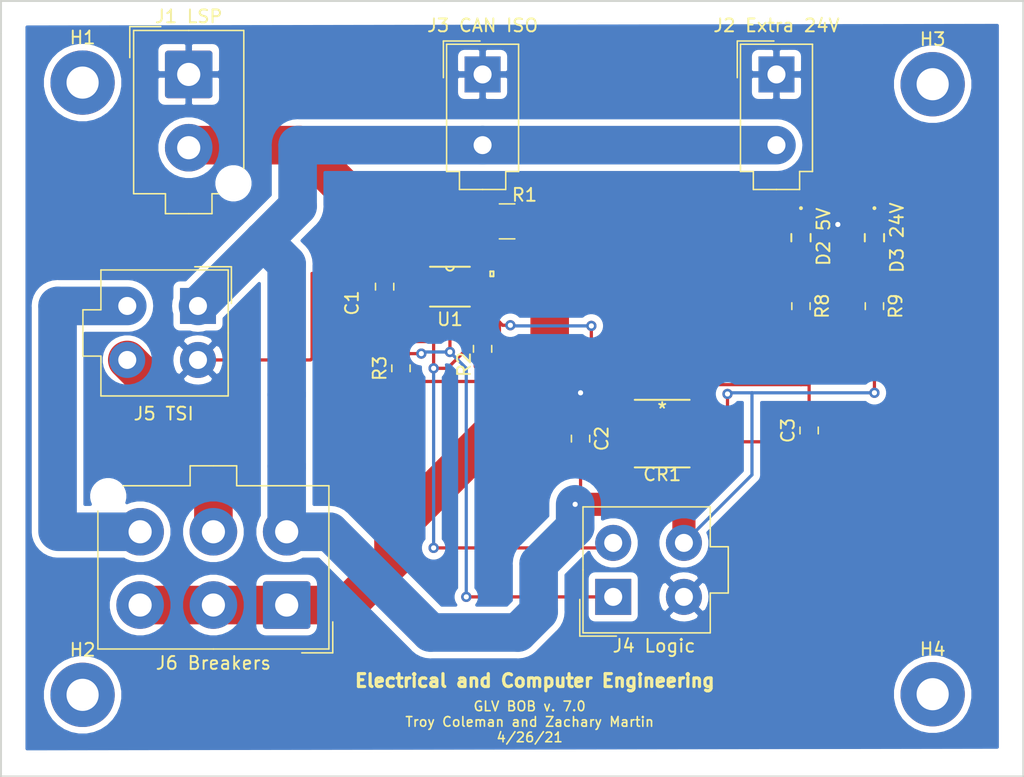
<source format=kicad_pcb>
(kicad_pcb (version 20171130) (host pcbnew "(5.1.2)-1")

  (general
    (thickness 1.6)
    (drawings 10)
    (tracks 137)
    (zones 0)
    (modules 22)
    (nets 12)
  )

  (page A4)
  (layers
    (0 F.Cu signal)
    (31 B.Cu signal)
    (32 B.Adhes user hide)
    (33 F.Adhes user hide)
    (34 B.Paste user hide)
    (35 F.Paste user hide)
    (36 B.SilkS user)
    (37 F.SilkS user)
    (38 B.Mask user)
    (39 F.Mask user)
    (40 Dwgs.User user hide)
    (41 Cmts.User user hide)
    (42 Eco1.User user hide)
    (43 Eco2.User user hide)
    (44 Edge.Cuts user)
    (45 Margin user hide)
    (46 B.CrtYd user hide)
    (47 F.CrtYd user hide)
    (48 B.Fab user hide)
    (49 F.Fab user hide)
  )

  (setup
    (last_trace_width 0.25)
    (trace_clearance 0.2)
    (zone_clearance 0.508)
    (zone_45_only no)
    (trace_min 0.2)
    (via_size 0.8)
    (via_drill 0.4)
    (via_min_size 0.4)
    (via_min_drill 0.3)
    (uvia_size 0.3)
    (uvia_drill 0.1)
    (uvias_allowed no)
    (uvia_min_size 0.2)
    (uvia_min_drill 0.1)
    (edge_width 0.05)
    (segment_width 0.2)
    (pcb_text_width 0.3)
    (pcb_text_size 1.5 1.5)
    (mod_edge_width 0.12)
    (mod_text_size 1 1)
    (mod_text_width 0.15)
    (pad_size 1.524 1.524)
    (pad_drill 0.762)
    (pad_to_mask_clearance 0.05)
    (aux_axis_origin 0 0)
    (grid_origin 209 33.25)
    (visible_elements 7FFFFFFF)
    (pcbplotparams
      (layerselection 0x010f0_ffffffff)
      (usegerberextensions false)
      (usegerberattributes true)
      (usegerberadvancedattributes true)
      (creategerberjobfile true)
      (excludeedgelayer true)
      (linewidth 0.100000)
      (plotframeref false)
      (viasonmask false)
      (mode 1)
      (useauxorigin false)
      (hpglpennumber 1)
      (hpglpenspeed 20)
      (hpglpendiameter 15.000000)
      (psnegative false)
      (psa4output false)
      (plotreference true)
      (plotvalue false)
      (plotinvisibletext false)
      (padsonsilk false)
      (subtractmaskfromsilk false)
      (outputformat 1)
      (mirror false)
      (drillshape 0)
      (scaleselection 1)
      (outputdirectory "Gerber/"))
  )

  (net 0 "")
  (net 1 /GLV_RTN)
  (net 2 /24V)
  (net 3 "Net-(D2-Pad2)")
  (net 4 "Net-(D3-Pad2)")
  (net 5 /BATT+)
  (net 6 /SDA_NOT_ISO)
  (net 7 /SCL_NOT_ISO)
  (net 8 /BREAKER_OUT_SL)
  (net 9 /BREAKER_OUT_COOL)
  (net 10 /24V_NOT_BREAKERED)
  (net 11 /5V_NON_ISO)

  (net_class Default "This is the default net class."
    (clearance 0.2)
    (trace_width 0.25)
    (via_dia 0.8)
    (via_drill 0.4)
    (uvia_dia 0.3)
    (uvia_drill 0.1)
    (add_net /24V)
    (add_net /24V_NOT_BREAKERED)
    (add_net /5V_NON_ISO)
    (add_net /BATT+)
    (add_net /BREAKER_OUT_COOL)
    (add_net /BREAKER_OUT_SL)
    (add_net /GLV_RTN)
    (add_net /SCL_NOT_ISO)
    (add_net /SDA_NOT_ISO)
    (add_net "Net-(D2-Pad2)")
    (add_net "Net-(D3-Pad2)")
  )

  (module Resistor_SMD:R_0805_2012Metric_Pad1.15x1.40mm_HandSolder (layer F.Cu) (tedit 5B36C52B) (tstamp 5FB84651)
    (at 148.59 44.45 90)
    (descr "Resistor SMD 0805 (2012 Metric), square (rectangular) end terminal, IPC_7351 nominal with elongated pad for handsoldering. (Body size source: https://docs.google.com/spreadsheets/d/1BsfQQcO9C6DZCsRaXUlFlo91Tg2WpOkGARC1WS5S8t0/edit?usp=sharing), generated with kicad-footprint-generator")
    (tags "resistor handsolder")
    (path /5FABD222)
    (attr smd)
    (fp_text reference R3 (at 0 -1.65 90) (layer F.SilkS)
      (effects (font (size 1 1) (thickness 0.15)))
    )
    (fp_text value 10K (at 0 1.65 90) (layer F.Fab)
      (effects (font (size 1 1) (thickness 0.15)))
    )
    (fp_line (start 1.85 0.95) (end -1.85 0.95) (layer F.CrtYd) (width 0.05))
    (fp_line (start 1.85 -0.95) (end 1.85 0.95) (layer F.CrtYd) (width 0.05))
    (fp_line (start -1.85 -0.95) (end 1.85 -0.95) (layer F.CrtYd) (width 0.05))
    (fp_line (start -1.85 0.95) (end -1.85 -0.95) (layer F.CrtYd) (width 0.05))
    (fp_line (start -0.261252 0.71) (end 0.261252 0.71) (layer F.SilkS) (width 0.12))
    (fp_line (start -0.261252 -0.71) (end 0.261252 -0.71) (layer F.SilkS) (width 0.12))
    (fp_line (start 1 0.6) (end -1 0.6) (layer F.Fab) (width 0.1))
    (fp_line (start 1 -0.6) (end 1 0.6) (layer F.Fab) (width 0.1))
    (fp_line (start -1 -0.6) (end 1 -0.6) (layer F.Fab) (width 0.1))
    (fp_line (start -1 0.6) (end -1 -0.6) (layer F.Fab) (width 0.1))
    (fp_text user %R (at 0 0 90) (layer F.Fab)
      (effects (font (size 0.5 0.5) (thickness 0.08)))
    )
    (pad 1 smd roundrect (at -1.025 0 90) (size 1.15 1.4) (layers F.Cu F.Paste F.Mask) (roundrect_rratio 0.217391)
      (net 11 /5V_NON_ISO))
    (pad 2 smd roundrect (at 1.025 0 90) (size 1.15 1.4) (layers F.Cu F.Paste F.Mask) (roundrect_rratio 0.217391)
      (net 7 /SCL_NOT_ISO))
    (model ${KISYS3DMOD}/Resistor_SMD.3dshapes/R_0805_2012Metric.wrl
      (at (xyz 0 0 0))
      (scale (xyz 1 1 1))
      (rotate (xyz 0 0 0))
    )
  )

  (module Resistor_SMD:R_0805_2012Metric_Pad1.15x1.40mm_HandSolder (layer F.Cu) (tedit 5B36C52B) (tstamp 5FB84640)
    (at 154.94 42.935 90)
    (descr "Resistor SMD 0805 (2012 Metric), square (rectangular) end terminal, IPC_7351 nominal with elongated pad for handsoldering. (Body size source: https://docs.google.com/spreadsheets/d/1BsfQQcO9C6DZCsRaXUlFlo91Tg2WpOkGARC1WS5S8t0/edit?usp=sharing), generated with kicad-footprint-generator")
    (tags "resistor handsolder")
    (path /5FABD228)
    (attr smd)
    (fp_text reference R2 (at -1.215 -1.44 90) (layer F.SilkS)
      (effects (font (size 1 1) (thickness 0.15)))
    )
    (fp_text value 10K (at 0 1.65 90) (layer F.Fab)
      (effects (font (size 1 1) (thickness 0.15)))
    )
    (fp_line (start -1 0.6) (end -1 -0.6) (layer F.Fab) (width 0.1))
    (fp_line (start -1 -0.6) (end 1 -0.6) (layer F.Fab) (width 0.1))
    (fp_line (start 1 -0.6) (end 1 0.6) (layer F.Fab) (width 0.1))
    (fp_line (start 1 0.6) (end -1 0.6) (layer F.Fab) (width 0.1))
    (fp_line (start -0.261252 -0.71) (end 0.261252 -0.71) (layer F.SilkS) (width 0.12))
    (fp_line (start -0.261252 0.71) (end 0.261252 0.71) (layer F.SilkS) (width 0.12))
    (fp_line (start -1.85 0.95) (end -1.85 -0.95) (layer F.CrtYd) (width 0.05))
    (fp_line (start -1.85 -0.95) (end 1.85 -0.95) (layer F.CrtYd) (width 0.05))
    (fp_line (start 1.85 -0.95) (end 1.85 0.95) (layer F.CrtYd) (width 0.05))
    (fp_line (start 1.85 0.95) (end -1.85 0.95) (layer F.CrtYd) (width 0.05))
    (fp_text user %R (at 0 0 90) (layer F.Fab)
      (effects (font (size 0.5 0.5) (thickness 0.08)))
    )
    (pad 2 smd roundrect (at 1.025 0 90) (size 1.15 1.4) (layers F.Cu F.Paste F.Mask) (roundrect_rratio 0.217391)
      (net 6 /SDA_NOT_ISO))
    (pad 1 smd roundrect (at -1.025 0 90) (size 1.15 1.4) (layers F.Cu F.Paste F.Mask) (roundrect_rratio 0.217391)
      (net 11 /5V_NON_ISO))
    (model ${KISYS3DMOD}/Resistor_SMD.3dshapes/R_0805_2012Metric.wrl
      (at (xyz 0 0 0))
      (scale (xyz 1 1 1))
      (rotate (xyz 0 0 0))
    )
  )

  (module Capacitor_SMD:C_0805_2012Metric_Pad1.15x1.40mm_HandSolder (layer F.Cu) (tedit 5B36C52B) (tstamp 5FB843D4)
    (at 147.32 38.1 90)
    (descr "Capacitor SMD 0805 (2012 Metric), square (rectangular) end terminal, IPC_7351 nominal with elongated pad for handsoldering. (Body size source: https://docs.google.com/spreadsheets/d/1BsfQQcO9C6DZCsRaXUlFlo91Tg2WpOkGARC1WS5S8t0/edit?usp=sharing), generated with kicad-footprint-generator")
    (tags "capacitor handsolder")
    (path /5FABD205)
    (attr smd)
    (fp_text reference C1 (at -1.27 -2.54 90) (layer F.SilkS)
      (effects (font (size 1 1) (thickness 0.15)))
    )
    (fp_text value 0.1uF (at 0 1.65 90) (layer F.Fab)
      (effects (font (size 1 1) (thickness 0.15)))
    )
    (fp_line (start 1.85 0.95) (end -1.85 0.95) (layer F.CrtYd) (width 0.05))
    (fp_line (start 1.85 -0.95) (end 1.85 0.95) (layer F.CrtYd) (width 0.05))
    (fp_line (start -1.85 -0.95) (end 1.85 -0.95) (layer F.CrtYd) (width 0.05))
    (fp_line (start -1.85 0.95) (end -1.85 -0.95) (layer F.CrtYd) (width 0.05))
    (fp_line (start -0.261252 0.71) (end 0.261252 0.71) (layer F.SilkS) (width 0.12))
    (fp_line (start -0.261252 -0.71) (end 0.261252 -0.71) (layer F.SilkS) (width 0.12))
    (fp_line (start 1 0.6) (end -1 0.6) (layer F.Fab) (width 0.1))
    (fp_line (start 1 -0.6) (end 1 0.6) (layer F.Fab) (width 0.1))
    (fp_line (start -1 -0.6) (end 1 -0.6) (layer F.Fab) (width 0.1))
    (fp_line (start -1 0.6) (end -1 -0.6) (layer F.Fab) (width 0.1))
    (fp_text user %R (at 0 0 90) (layer F.Fab)
      (effects (font (size 0.5 0.5) (thickness 0.08)))
    )
    (pad 1 smd roundrect (at -1.025 0 90) (size 1.15 1.4) (layers F.Cu F.Paste F.Mask) (roundrect_rratio 0.217391)
      (net 11 /5V_NON_ISO))
    (pad 2 smd roundrect (at 1.025 0 90) (size 1.15 1.4) (layers F.Cu F.Paste F.Mask) (roundrect_rratio 0.217391)
      (net 1 /GLV_RTN))
    (model ${KISYS3DMOD}/Capacitor_SMD.3dshapes/C_0805_2012Metric.wrl
      (at (xyz 0 0 0))
      (scale (xyz 1 1 1))
      (rotate (xyz 0 0 0))
    )
  )

  (module Capacitor_SMD:C_0805_2012Metric_Pad1.15x1.40mm_HandSolder (layer F.Cu) (tedit 5B36C52B) (tstamp 5FB843E5)
    (at 162.56 49.92 270)
    (descr "Capacitor SMD 0805 (2012 Metric), square (rectangular) end terminal, IPC_7351 nominal with elongated pad for handsoldering. (Body size source: https://docs.google.com/spreadsheets/d/1BsfQQcO9C6DZCsRaXUlFlo91Tg2WpOkGARC1WS5S8t0/edit?usp=sharing), generated with kicad-footprint-generator")
    (tags "capacitor handsolder")
    (path /5F9A004E)
    (attr smd)
    (fp_text reference C2 (at 0 -1.65 90) (layer F.SilkS)
      (effects (font (size 1 1) (thickness 0.15)))
    )
    (fp_text value 0.33uF (at 0 1.65 90) (layer F.Fab)
      (effects (font (size 1 1) (thickness 0.15)))
    )
    (fp_line (start -1 0.6) (end -1 -0.6) (layer F.Fab) (width 0.1))
    (fp_line (start -1 -0.6) (end 1 -0.6) (layer F.Fab) (width 0.1))
    (fp_line (start 1 -0.6) (end 1 0.6) (layer F.Fab) (width 0.1))
    (fp_line (start 1 0.6) (end -1 0.6) (layer F.Fab) (width 0.1))
    (fp_line (start -0.261252 -0.71) (end 0.261252 -0.71) (layer F.SilkS) (width 0.12))
    (fp_line (start -0.261252 0.71) (end 0.261252 0.71) (layer F.SilkS) (width 0.12))
    (fp_line (start -1.85 0.95) (end -1.85 -0.95) (layer F.CrtYd) (width 0.05))
    (fp_line (start -1.85 -0.95) (end 1.85 -0.95) (layer F.CrtYd) (width 0.05))
    (fp_line (start 1.85 -0.95) (end 1.85 0.95) (layer F.CrtYd) (width 0.05))
    (fp_line (start 1.85 0.95) (end -1.85 0.95) (layer F.CrtYd) (width 0.05))
    (fp_text user %R (at 0 0 90) (layer F.Fab)
      (effects (font (size 0.5 0.5) (thickness 0.08)))
    )
    (pad 2 smd roundrect (at 1.025 0 270) (size 1.15 1.4) (layers F.Cu F.Paste F.Mask) (roundrect_rratio 0.217391)
      (net 2 /24V))
    (pad 1 smd roundrect (at -1.025 0 270) (size 1.15 1.4) (layers F.Cu F.Paste F.Mask) (roundrect_rratio 0.217391)
      (net 1 /GLV_RTN))
    (model ${KISYS3DMOD}/Capacitor_SMD.3dshapes/C_0805_2012Metric.wrl
      (at (xyz 0 0 0))
      (scale (xyz 1 1 1))
      (rotate (xyz 0 0 0))
    )
  )

  (module Capacitor_SMD:C_0805_2012Metric_Pad1.15x1.40mm_HandSolder (layer F.Cu) (tedit 5B36C52B) (tstamp 5FB843F6)
    (at 180.34 49.285 90)
    (descr "Capacitor SMD 0805 (2012 Metric), square (rectangular) end terminal, IPC_7351 nominal with elongated pad for handsoldering. (Body size source: https://docs.google.com/spreadsheets/d/1BsfQQcO9C6DZCsRaXUlFlo91Tg2WpOkGARC1WS5S8t0/edit?usp=sharing), generated with kicad-footprint-generator")
    (tags "capacitor handsolder")
    (path /5F9993A2)
    (attr smd)
    (fp_text reference C3 (at 0 -1.65 90) (layer F.SilkS)
      (effects (font (size 1 1) (thickness 0.15)))
    )
    (fp_text value 0.1uF (at 0 1.65 90) (layer F.Fab)
      (effects (font (size 1 1) (thickness 0.15)))
    )
    (fp_line (start 1.85 0.95) (end -1.85 0.95) (layer F.CrtYd) (width 0.05))
    (fp_line (start 1.85 -0.95) (end 1.85 0.95) (layer F.CrtYd) (width 0.05))
    (fp_line (start -1.85 -0.95) (end 1.85 -0.95) (layer F.CrtYd) (width 0.05))
    (fp_line (start -1.85 0.95) (end -1.85 -0.95) (layer F.CrtYd) (width 0.05))
    (fp_line (start -0.261252 0.71) (end 0.261252 0.71) (layer F.SilkS) (width 0.12))
    (fp_line (start -0.261252 -0.71) (end 0.261252 -0.71) (layer F.SilkS) (width 0.12))
    (fp_line (start 1 0.6) (end -1 0.6) (layer F.Fab) (width 0.1))
    (fp_line (start 1 -0.6) (end 1 0.6) (layer F.Fab) (width 0.1))
    (fp_line (start -1 -0.6) (end 1 -0.6) (layer F.Fab) (width 0.1))
    (fp_line (start -1 0.6) (end -1 -0.6) (layer F.Fab) (width 0.1))
    (fp_text user %R (at 0 0 90) (layer F.Fab)
      (effects (font (size 0.5 0.5) (thickness 0.08)))
    )
    (pad 1 smd roundrect (at -1.025 0 90) (size 1.15 1.4) (layers F.Cu F.Paste F.Mask) (roundrect_rratio 0.217391)
      (net 1 /GLV_RTN))
    (pad 2 smd roundrect (at 1.025 0 90) (size 1.15 1.4) (layers F.Cu F.Paste F.Mask) (roundrect_rratio 0.217391)
      (net 11 /5V_NON_ISO))
    (model ${KISYS3DMOD}/Capacitor_SMD.3dshapes/C_0805_2012Metric.wrl
      (at (xyz 0 0 0))
      (scale (xyz 1 1 1))
      (rotate (xyz 0 0 0))
    )
  )

  (module "CarMan General Footprints:L78L05ACD13TR" (layer F.Cu) (tedit 0) (tstamp 5FB8443E)
    (at 168.91 49.53)
    (path /5F998589)
    (fp_text reference CR1 (at 0 3.175) (layer F.SilkS)
      (effects (font (size 1 1) (thickness 0.15)))
    )
    (fp_text value L78L05ACD13TR (at 0 3.81) (layer Dwgs.User) hide
      (effects (font (size 1 1) (thickness 0.15)))
    )
    (fp_line (start -2.2606 2.4384) (end -3.7084 2.4384) (layer F.CrtYd) (width 0.1524))
    (fp_line (start -2.2606 2.7559) (end -2.2606 2.4384) (layer F.CrtYd) (width 0.1524))
    (fp_line (start 2.2606 2.7559) (end -2.2606 2.7559) (layer F.CrtYd) (width 0.1524))
    (fp_line (start 2.2606 2.4384) (end 2.2606 2.7559) (layer F.CrtYd) (width 0.1524))
    (fp_line (start 3.7084 2.4384) (end 2.2606 2.4384) (layer F.CrtYd) (width 0.1524))
    (fp_line (start 3.7084 -2.4384) (end 3.7084 2.4384) (layer F.CrtYd) (width 0.1524))
    (fp_line (start 2.2606 -2.4384) (end 3.7084 -2.4384) (layer F.CrtYd) (width 0.1524))
    (fp_line (start 2.2606 -2.7559) (end 2.2606 -2.4384) (layer F.CrtYd) (width 0.1524))
    (fp_line (start -2.2606 -2.7559) (end 2.2606 -2.7559) (layer F.CrtYd) (width 0.1524))
    (fp_line (start -2.2606 -2.4384) (end -2.2606 -2.7559) (layer F.CrtYd) (width 0.1524))
    (fp_line (start -3.7084 -2.4384) (end -2.2606 -2.4384) (layer F.CrtYd) (width 0.1524))
    (fp_line (start -3.7084 2.4384) (end -3.7084 -2.4384) (layer F.CrtYd) (width 0.1524))
    (fp_line (start -2.0066 -2.5019) (end -2.0066 2.5019) (layer F.Fab) (width 0.1524))
    (fp_line (start 2.0066 -2.5019) (end -2.0066 -2.5019) (layer F.Fab) (width 0.1524))
    (fp_line (start 2.0066 2.5019) (end 2.0066 -2.5019) (layer F.Fab) (width 0.1524))
    (fp_line (start -2.0066 2.5019) (end 2.0066 2.5019) (layer F.Fab) (width 0.1524))
    (fp_line (start 2.1336 -2.6289) (end -2.1336 -2.6289) (layer F.SilkS) (width 0.1524))
    (fp_line (start -2.1336 2.6289) (end 2.1336 2.6289) (layer F.SilkS) (width 0.1524))
    (fp_line (start 3.0988 -2.159) (end 2.0066 -2.159) (layer F.Fab) (width 0.1524))
    (fp_line (start 3.0988 -1.651) (end 3.0988 -2.159) (layer F.Fab) (width 0.1524))
    (fp_line (start 2.0066 -1.651) (end 3.0988 -1.651) (layer F.Fab) (width 0.1524))
    (fp_line (start 2.0066 -2.159) (end 2.0066 -1.651) (layer F.Fab) (width 0.1524))
    (fp_line (start 3.0988 -0.889) (end 2.0066 -0.889) (layer F.Fab) (width 0.1524))
    (fp_line (start 3.0988 -0.381) (end 3.0988 -0.889) (layer F.Fab) (width 0.1524))
    (fp_line (start 2.0066 -0.381) (end 3.0988 -0.381) (layer F.Fab) (width 0.1524))
    (fp_line (start 2.0066 -0.889) (end 2.0066 -0.381) (layer F.Fab) (width 0.1524))
    (fp_line (start 3.0988 0.381) (end 2.0066 0.381) (layer F.Fab) (width 0.1524))
    (fp_line (start 3.0988 0.889) (end 3.0988 0.381) (layer F.Fab) (width 0.1524))
    (fp_line (start 2.0066 0.889) (end 3.0988 0.889) (layer F.Fab) (width 0.1524))
    (fp_line (start 2.0066 0.381) (end 2.0066 0.889) (layer F.Fab) (width 0.1524))
    (fp_line (start 3.0988 1.651) (end 2.0066 1.651) (layer F.Fab) (width 0.1524))
    (fp_line (start 3.0988 2.159) (end 3.0988 1.651) (layer F.Fab) (width 0.1524))
    (fp_line (start 2.0066 2.159) (end 3.0988 2.159) (layer F.Fab) (width 0.1524))
    (fp_line (start 2.0066 1.651) (end 2.0066 2.159) (layer F.Fab) (width 0.1524))
    (fp_line (start -3.0988 2.159) (end -2.0066 2.159) (layer F.Fab) (width 0.1524))
    (fp_line (start -3.0988 1.651) (end -3.0988 2.159) (layer F.Fab) (width 0.1524))
    (fp_line (start -2.0066 1.651) (end -3.0988 1.651) (layer F.Fab) (width 0.1524))
    (fp_line (start -2.0066 2.159) (end -2.0066 1.651) (layer F.Fab) (width 0.1524))
    (fp_line (start -3.0988 0.889) (end -2.0066 0.889) (layer F.Fab) (width 0.1524))
    (fp_line (start -3.0988 0.381) (end -3.0988 0.889) (layer F.Fab) (width 0.1524))
    (fp_line (start -2.0066 0.381) (end -3.0988 0.381) (layer F.Fab) (width 0.1524))
    (fp_line (start -2.0066 0.889) (end -2.0066 0.381) (layer F.Fab) (width 0.1524))
    (fp_line (start -3.0988 -0.381) (end -2.0066 -0.381) (layer F.Fab) (width 0.1524))
    (fp_line (start -3.0988 -0.889) (end -3.0988 -0.381) (layer F.Fab) (width 0.1524))
    (fp_line (start -2.0066 -0.889) (end -3.0988 -0.889) (layer F.Fab) (width 0.1524))
    (fp_line (start -2.0066 -0.381) (end -2.0066 -0.889) (layer F.Fab) (width 0.1524))
    (fp_line (start -3.0988 -1.651) (end -2.0066 -1.651) (layer F.Fab) (width 0.1524))
    (fp_line (start -3.0988 -2.159) (end -3.0988 -1.651) (layer F.Fab) (width 0.1524))
    (fp_line (start -2.0066 -2.159) (end -3.0988 -2.159) (layer F.Fab) (width 0.1524))
    (fp_line (start -2.0066 -1.651) (end -2.0066 -2.159) (layer F.Fab) (width 0.1524))
    (fp_text user "Copyright 2016 Accelerated Designs. All rights reserved." (at 0 0) (layer Cmts.User)
      (effects (font (size 0.127 0.127) (thickness 0.002)))
    )
    (fp_text user * (at 0 -1.905) (layer F.SilkS)
      (effects (font (size 1 1) (thickness 0.15)))
    )
    (fp_text user * (at -1.6256 -2.4257) (layer F.Fab)
      (effects (font (size 1 1) (thickness 0.15)))
    )
    (fp_text user * (at 1.27 -2.54) (layer Dwgs.User) hide
      (effects (font (size 1 1) (thickness 0.15)))
    )
    (fp_text user * (at -1.6256 -2.4257) (layer F.Fab)
      (effects (font (size 1 1) (thickness 0.15)))
    )
    (fp_arc (start 0 -2.5019) (end 0.3048 -2.5019) (angle 180) (layer F.Fab) (width 0.1524))
    (pad 1 smd rect (at -2.6797 -1.905) (size 1.5494 0.5588) (layers F.Cu F.Paste F.Mask)
      (net 11 /5V_NON_ISO))
    (pad 2 smd rect (at -2.6797 -0.635) (size 1.5494 0.5588) (layers F.Cu F.Paste F.Mask)
      (net 1 /GLV_RTN))
    (pad 3 smd rect (at -2.6797 0.635) (size 1.5494 0.5588) (layers F.Cu F.Paste F.Mask)
      (net 1 /GLV_RTN))
    (pad 4 smd rect (at -2.6797 1.905) (size 1.5494 0.5588) (layers F.Cu F.Paste F.Mask))
    (pad 5 smd rect (at 2.6797 1.905) (size 1.5494 0.5588) (layers F.Cu F.Paste F.Mask))
    (pad 6 smd rect (at 2.6797 0.635) (size 1.5494 0.5588) (layers F.Cu F.Paste F.Mask)
      (net 1 /GLV_RTN))
    (pad 7 smd rect (at 2.6797 -0.635) (size 1.5494 0.5588) (layers F.Cu F.Paste F.Mask)
      (net 1 /GLV_RTN))
    (pad 8 smd rect (at 2.6797 -1.905) (size 1.5494 0.5588) (layers F.Cu F.Paste F.Mask)
      (net 2 /24V))
  )

  (module "CarMan General Footprints:VAOL-S8GT4" (layer F.Cu) (tedit 0) (tstamp 5FB8447E)
    (at 179.705 34.29 270)
    (path /5F9B456F)
    (fp_text reference "D2 5V" (at -0.071101 -1.752501 90) (layer F.SilkS)
      (effects (font (size 1 1) (thickness 0.15)))
    )
    (fp_text value LED (at 0 0 90) (layer Dwgs.User) hide
      (effects (font (size 1 1) (thickness 0.15)))
    )
    (fp_line (start -0.5969 0.6223) (end -0.5969 -0.6223) (layer F.Fab) (width 0.1524))
    (fp_line (start -0.5969 -0.6223) (end -1.1049 -0.6223) (layer F.Fab) (width 0.1524))
    (fp_line (start -1.1049 -0.6223) (end -1.1049 0.6223) (layer F.Fab) (width 0.1524))
    (fp_line (start -1.1049 0.6223) (end -0.5969 0.6223) (layer F.Fab) (width 0.1524))
    (fp_line (start 0.5969 -0.6223) (end 0.5969 0.6223) (layer F.Fab) (width 0.1524))
    (fp_line (start 0.5969 0.6223) (end 1.1049 0.6223) (layer F.Fab) (width 0.1524))
    (fp_line (start 1.1049 0.6223) (end 1.1049 -0.6223) (layer F.Fab) (width 0.1524))
    (fp_line (start 1.1049 -0.6223) (end 0.5969 -0.6223) (layer F.Fab) (width 0.1524))
    (fp_line (start -0.28935 0.7493) (end 0.28935 0.7493) (layer F.SilkS) (width 0.1524))
    (fp_line (start 0.28935 -0.7493) (end -0.28935 -0.7493) (layer F.SilkS) (width 0.1524))
    (fp_line (start -1.1049 0.6223) (end 1.1049 0.6223) (layer F.Fab) (width 0.1524))
    (fp_line (start 1.1049 0.6223) (end 1.1049 -0.6223) (layer F.Fab) (width 0.1524))
    (fp_line (start 1.1049 -0.6223) (end -1.1049 -0.6223) (layer F.Fab) (width 0.1524))
    (fp_line (start -1.1049 -0.6223) (end -1.1049 0.6223) (layer F.Fab) (width 0.1524))
    (fp_line (start -1.7145 0.8763) (end -1.7145 -0.8763) (layer F.CrtYd) (width 0.1524))
    (fp_line (start -1.7145 -0.8763) (end 1.7145 -0.8763) (layer F.CrtYd) (width 0.1524))
    (fp_line (start 1.7145 -0.8763) (end 1.7145 0.8763) (layer F.CrtYd) (width 0.1524))
    (fp_line (start 1.7145 0.8763) (end -1.7145 0.8763) (layer F.CrtYd) (width 0.1524))
    (fp_circle (center -0.9017 0) (end -0.8255 0) (layer F.Fab) (width 0.1524))
    (fp_circle (center -2.2987 0) (end -2.2225 0) (layer F.SilkS) (width 0.1524))
    (fp_text user * (at 0 0 90) (layer F.Fab)
      (effects (font (size 1 1) (thickness 0.15)))
    )
    (fp_text user * (at 0 0 90) (layer Dwgs.User) hide
      (effects (font (size 1 1) (thickness 0.15)))
    )
    (fp_text user "Copyright 2016 Accelerated Designs. All rights reserved." (at 0 0 90) (layer Cmts.User)
      (effects (font (size 0.127 0.127) (thickness 0.002)))
    )
    (pad 2 smd rect (at 1.0287 0 270) (size 0.8636 1.2446) (layers F.Cu F.Paste F.Mask)
      (net 3 "Net-(D2-Pad2)"))
    (pad 1 smd rect (at -1.0287 0 270) (size 0.8636 1.2446) (layers F.Cu F.Paste F.Mask)
      (net 1 /GLV_RTN))
  )

  (module "CarMan General Footprints:VAOL-S8GT4" (layer F.Cu) (tedit 0) (tstamp 5FB8449E)
    (at 185.42 34.29 270)
    (path /5F9B4BC9)
    (fp_text reference "D3 24V" (at 0 -1.752501 90) (layer F.SilkS)
      (effects (font (size 1 1) (thickness 0.15)))
    )
    (fp_text value LED (at 0 0 180) (layer Dwgs.User) hide
      (effects (font (size 1 1) (thickness 0.15)))
    )
    (fp_circle (center -2.2987 0) (end -2.2225 0) (layer F.SilkS) (width 0.1524))
    (fp_circle (center -0.9017 0) (end -0.8255 0) (layer F.Fab) (width 0.1524))
    (fp_line (start 1.7145 0.8763) (end -1.7145 0.8763) (layer F.CrtYd) (width 0.1524))
    (fp_line (start 1.7145 -0.8763) (end 1.7145 0.8763) (layer F.CrtYd) (width 0.1524))
    (fp_line (start -1.7145 -0.8763) (end 1.7145 -0.8763) (layer F.CrtYd) (width 0.1524))
    (fp_line (start -1.7145 0.8763) (end -1.7145 -0.8763) (layer F.CrtYd) (width 0.1524))
    (fp_line (start -1.1049 -0.6223) (end -1.1049 0.6223) (layer F.Fab) (width 0.1524))
    (fp_line (start 1.1049 -0.6223) (end -1.1049 -0.6223) (layer F.Fab) (width 0.1524))
    (fp_line (start 1.1049 0.6223) (end 1.1049 -0.6223) (layer F.Fab) (width 0.1524))
    (fp_line (start -1.1049 0.6223) (end 1.1049 0.6223) (layer F.Fab) (width 0.1524))
    (fp_line (start 0.28935 -0.7493) (end -0.28935 -0.7493) (layer F.SilkS) (width 0.1524))
    (fp_line (start -0.28935 0.7493) (end 0.28935 0.7493) (layer F.SilkS) (width 0.1524))
    (fp_line (start 1.1049 -0.6223) (end 0.5969 -0.6223) (layer F.Fab) (width 0.1524))
    (fp_line (start 1.1049 0.6223) (end 1.1049 -0.6223) (layer F.Fab) (width 0.1524))
    (fp_line (start 0.5969 0.6223) (end 1.1049 0.6223) (layer F.Fab) (width 0.1524))
    (fp_line (start 0.5969 -0.6223) (end 0.5969 0.6223) (layer F.Fab) (width 0.1524))
    (fp_line (start -1.1049 0.6223) (end -0.5969 0.6223) (layer F.Fab) (width 0.1524))
    (fp_line (start -1.1049 -0.6223) (end -1.1049 0.6223) (layer F.Fab) (width 0.1524))
    (fp_line (start -0.5969 -0.6223) (end -1.1049 -0.6223) (layer F.Fab) (width 0.1524))
    (fp_line (start -0.5969 0.6223) (end -0.5969 -0.6223) (layer F.Fab) (width 0.1524))
    (fp_text user "Copyright 2016 Accelerated Designs. All rights reserved." (at 0 0 90) (layer Cmts.User)
      (effects (font (size 0.127 0.127) (thickness 0.002)))
    )
    (fp_text user * (at 0 0 90) (layer Dwgs.User) hide
      (effects (font (size 1 1) (thickness 0.15)))
    )
    (fp_text user * (at 0 0 90) (layer F.Fab)
      (effects (font (size 1 1) (thickness 0.15)))
    )
    (pad 1 smd rect (at -1.0287 0 270) (size 0.8636 1.2446) (layers F.Cu F.Paste F.Mask)
      (net 1 /GLV_RTN))
    (pad 2 smd rect (at 1.0287 0 270) (size 0.8636 1.2446) (layers F.Cu F.Paste F.Mask)
      (net 4 "Net-(D3-Pad2)"))
  )

  (module "CarMan General Footprints:Molex_MiniFit-JR-5556-02A_2x01x4.20mm_Straight" (layer F.Cu) (tedit 58A28952) (tstamp 5FB844F2)
    (at 177.8 21.59)
    (descr "Molex Mini-Fit JR, PN:5556-02A, dual row, top entry type, through hole")
    (tags "connector molex mini-fit 5556")
    (path /5FAB4D0A)
    (fp_text reference "J2 Extra 24V" (at 0 -3.81) (layer F.SilkS)
      (effects (font (size 1 1) (thickness 0.15)))
    )
    (fp_text value Conn_01x02 (at 0 -4) (layer F.Fab)
      (effects (font (size 1 1) (thickness 0.15)))
    )
    (fp_line (start 3.2 -2.75) (end -3.2 -2.75) (layer F.CrtYd) (width 0.05))
    (fp_line (start 3.2 9.3) (end 3.2 -2.75) (layer F.CrtYd) (width 0.05))
    (fp_line (start -3.2 9.3) (end 3.2 9.3) (layer F.CrtYd) (width 0.05))
    (fp_line (start -3.2 -2.75) (end -3.2 9.3) (layer F.CrtYd) (width 0.05))
    (fp_line (start -3.05 -2.6) (end -3.05 0.25) (layer F.Fab) (width 0.1))
    (fp_line (start -0.2 -2.6) (end -3.05 -2.6) (layer F.Fab) (width 0.1))
    (fp_line (start -3.05 -2.6) (end -3.05 0.25) (layer F.SilkS) (width 0.12))
    (fp_line (start -0.2 -2.6) (end -3.05 -2.6) (layer F.SilkS) (width 0.12))
    (fp_line (start 1.8 8.95) (end 0 8.95) (layer F.SilkS) (width 0.12))
    (fp_line (start 1.8 7.55) (end 1.8 8.95) (layer F.SilkS) (width 0.12))
    (fp_line (start 2.8 7.55) (end 1.8 7.55) (layer F.SilkS) (width 0.12))
    (fp_line (start 2.8 -2.35) (end 2.8 7.55) (layer F.SilkS) (width 0.12))
    (fp_line (start 0 -2.35) (end 2.8 -2.35) (layer F.SilkS) (width 0.12))
    (fp_line (start -1.8 8.95) (end 0 8.95) (layer F.SilkS) (width 0.12))
    (fp_line (start -1.8 7.55) (end -1.8 8.95) (layer F.SilkS) (width 0.12))
    (fp_line (start -2.8 7.55) (end -1.8 7.55) (layer F.SilkS) (width 0.12))
    (fp_line (start -2.8 -2.35) (end -2.8 7.55) (layer F.SilkS) (width 0.12))
    (fp_line (start 0 -2.35) (end -2.8 -2.35) (layer F.SilkS) (width 0.12))
    (fp_line (start 1.75 7.25) (end -1.75 7.25) (layer F.Fab) (width 0.1))
    (fp_line (start 1.75 4.625) (end 1.75 7.25) (layer F.Fab) (width 0.1))
    (fp_line (start 0.875 3.75) (end 1.75 4.625) (layer F.Fab) (width 0.1))
    (fp_line (start -0.875 3.75) (end 0.875 3.75) (layer F.Fab) (width 0.1))
    (fp_line (start -1.75 4.625) (end -0.875 3.75) (layer F.Fab) (width 0.1))
    (fp_line (start -1.75 7.25) (end -1.75 4.625) (layer F.Fab) (width 0.1))
    (fp_line (start 1.75 -1.75) (end -1.75 -1.75) (layer F.Fab) (width 0.1))
    (fp_line (start 1.75 1.75) (end 1.75 -1.75) (layer F.Fab) (width 0.1))
    (fp_line (start -1.75 1.75) (end 1.75 1.75) (layer F.Fab) (width 0.1))
    (fp_line (start -1.75 -1.75) (end -1.75 1.75) (layer F.Fab) (width 0.1))
    (fp_line (start 1.7 8.85) (end 1.7 7.45) (layer F.Fab) (width 0.1))
    (fp_line (start -1.7 8.85) (end 1.7 8.85) (layer F.Fab) (width 0.1))
    (fp_line (start -1.7 7.45) (end -1.7 8.85) (layer F.Fab) (width 0.1))
    (fp_line (start 2.7 -2.25) (end -2.7 -2.25) (layer F.Fab) (width 0.1))
    (fp_line (start 2.7 7.45) (end 2.7 -2.25) (layer F.Fab) (width 0.1))
    (fp_line (start -2.7 7.45) (end 2.7 7.45) (layer F.Fab) (width 0.1))
    (fp_line (start -2.7 -2.25) (end -2.7 7.45) (layer F.Fab) (width 0.1))
    (fp_text user %R (at 0 3) (layer F.Fab)
      (effects (font (size 1 1) (thickness 0.15)))
    )
    (pad 1 thru_hole rect (at 0 0) (size 2.8 2.8) (drill 1.4) (layers *.Cu *.Mask)
      (net 1 /GLV_RTN))
    (pad 2 thru_hole circle (at 0 5.5) (size 2.8 2.8) (drill 1.4) (layers *.Cu *.Mask)
      (net 2 /24V))
    (model ${KISYS3DMOD}/Connectors_Molex.3dshapes/Molex_MiniFit-JR-5556-02A_2x01x4.20mm_Straight.wrl
      (at (xyz 0 0 0))
      (scale (xyz 1 1 1))
      (rotate (xyz 0 0 0))
    )
    (model ${KIPRJMOD}/GLV_3D_Models/39281023.stp
      (offset (xyz 0 -2.5 0))
      (scale (xyz 1 1 1))
      (rotate (xyz -90 0 -180))
    )
  )

  (module "CarMan General Footprints:Molex_MiniFit-JR-5556-02A_2x01x4.20mm_Straight" (layer F.Cu) (tedit 58A28952) (tstamp 5FB8451C)
    (at 154.94 21.59)
    (descr "Molex Mini-Fit JR, PN:5556-02A, dual row, top entry type, through hole")
    (tags "connector molex mini-fit 5556")
    (path /5FA2B432)
    (fp_text reference "J3 CAN ISO" (at 0 -3.81) (layer F.SilkS)
      (effects (font (size 1 1) (thickness 0.15)))
    )
    (fp_text value Conn_01x02 (at 0 -4) (layer F.Fab)
      (effects (font (size 1 1) (thickness 0.15)))
    )
    (fp_line (start -2.7 -2.25) (end -2.7 7.45) (layer F.Fab) (width 0.1))
    (fp_line (start -2.7 7.45) (end 2.7 7.45) (layer F.Fab) (width 0.1))
    (fp_line (start 2.7 7.45) (end 2.7 -2.25) (layer F.Fab) (width 0.1))
    (fp_line (start 2.7 -2.25) (end -2.7 -2.25) (layer F.Fab) (width 0.1))
    (fp_line (start -1.7 7.45) (end -1.7 8.85) (layer F.Fab) (width 0.1))
    (fp_line (start -1.7 8.85) (end 1.7 8.85) (layer F.Fab) (width 0.1))
    (fp_line (start 1.7 8.85) (end 1.7 7.45) (layer F.Fab) (width 0.1))
    (fp_line (start -1.75 -1.75) (end -1.75 1.75) (layer F.Fab) (width 0.1))
    (fp_line (start -1.75 1.75) (end 1.75 1.75) (layer F.Fab) (width 0.1))
    (fp_line (start 1.75 1.75) (end 1.75 -1.75) (layer F.Fab) (width 0.1))
    (fp_line (start 1.75 -1.75) (end -1.75 -1.75) (layer F.Fab) (width 0.1))
    (fp_line (start -1.75 7.25) (end -1.75 4.625) (layer F.Fab) (width 0.1))
    (fp_line (start -1.75 4.625) (end -0.875 3.75) (layer F.Fab) (width 0.1))
    (fp_line (start -0.875 3.75) (end 0.875 3.75) (layer F.Fab) (width 0.1))
    (fp_line (start 0.875 3.75) (end 1.75 4.625) (layer F.Fab) (width 0.1))
    (fp_line (start 1.75 4.625) (end 1.75 7.25) (layer F.Fab) (width 0.1))
    (fp_line (start 1.75 7.25) (end -1.75 7.25) (layer F.Fab) (width 0.1))
    (fp_line (start 0 -2.35) (end -2.8 -2.35) (layer F.SilkS) (width 0.12))
    (fp_line (start -2.8 -2.35) (end -2.8 7.55) (layer F.SilkS) (width 0.12))
    (fp_line (start -2.8 7.55) (end -1.8 7.55) (layer F.SilkS) (width 0.12))
    (fp_line (start -1.8 7.55) (end -1.8 8.95) (layer F.SilkS) (width 0.12))
    (fp_line (start -1.8 8.95) (end 0 8.95) (layer F.SilkS) (width 0.12))
    (fp_line (start 0 -2.35) (end 2.8 -2.35) (layer F.SilkS) (width 0.12))
    (fp_line (start 2.8 -2.35) (end 2.8 7.55) (layer F.SilkS) (width 0.12))
    (fp_line (start 2.8 7.55) (end 1.8 7.55) (layer F.SilkS) (width 0.12))
    (fp_line (start 1.8 7.55) (end 1.8 8.95) (layer F.SilkS) (width 0.12))
    (fp_line (start 1.8 8.95) (end 0 8.95) (layer F.SilkS) (width 0.12))
    (fp_line (start -0.2 -2.6) (end -3.05 -2.6) (layer F.SilkS) (width 0.12))
    (fp_line (start -3.05 -2.6) (end -3.05 0.25) (layer F.SilkS) (width 0.12))
    (fp_line (start -0.2 -2.6) (end -3.05 -2.6) (layer F.Fab) (width 0.1))
    (fp_line (start -3.05 -2.6) (end -3.05 0.25) (layer F.Fab) (width 0.1))
    (fp_line (start -3.2 -2.75) (end -3.2 9.3) (layer F.CrtYd) (width 0.05))
    (fp_line (start -3.2 9.3) (end 3.2 9.3) (layer F.CrtYd) (width 0.05))
    (fp_line (start 3.2 9.3) (end 3.2 -2.75) (layer F.CrtYd) (width 0.05))
    (fp_line (start 3.2 -2.75) (end -3.2 -2.75) (layer F.CrtYd) (width 0.05))
    (fp_text user %R (at 0 3) (layer F.Fab)
      (effects (font (size 1 1) (thickness 0.15)))
    )
    (pad 2 thru_hole circle (at 0 5.5) (size 2.8 2.8) (drill 1.4) (layers *.Cu *.Mask)
      (net 2 /24V))
    (pad 1 thru_hole rect (at 0 0) (size 2.8 2.8) (drill 1.4) (layers *.Cu *.Mask)
      (net 1 /GLV_RTN))
    (model ${KISYS3DMOD}/Connectors_Molex.3dshapes/Molex_MiniFit-JR-5556-02A_2x01x4.20mm_Straight.wrl
      (at (xyz 0 0 0))
      (scale (xyz 1 1 1))
      (rotate (xyz -15 0 -180))
    )
    (model ${KIPRJMOD}/GLV_3D_Models/39281023.stp
      (offset (xyz 0 -2.5 0))
      (scale (xyz 1 1 1))
      (rotate (xyz -90 0 -180))
    )
  )

  (module "CarMan General Footprints:Molex_MiniFit-JR-5556-04A_2x02x4.20mm_Straight" (layer F.Cu) (tedit 58A28952) (tstamp 5FB8457C)
    (at 165.1 62.23 90)
    (descr "Molex Mini-Fit JR, PN:5556-04A, dual row, top entry type, through hole")
    (tags "connector molex mini-fit 5556")
    (path /5FB21308)
    (fp_text reference "J4 Logic" (at -3.81 3.175 180) (layer F.SilkS)
      (effects (font (size 1 1) (thickness 0.15)))
    )
    (fp_text value Conn_02x02_Odd_Even (at 2.1 -4 90) (layer F.Fab)
      (effects (font (size 1 1) (thickness 0.15)))
    )
    (fp_line (start -2.7 -2.25) (end -2.7 7.45) (layer F.Fab) (width 0.1))
    (fp_line (start -2.7 7.45) (end 6.9 7.45) (layer F.Fab) (width 0.1))
    (fp_line (start 6.9 7.45) (end 6.9 -2.25) (layer F.Fab) (width 0.1))
    (fp_line (start 6.9 -2.25) (end -2.7 -2.25) (layer F.Fab) (width 0.1))
    (fp_line (start 0.4 7.45) (end 0.4 8.85) (layer F.Fab) (width 0.1))
    (fp_line (start 0.4 8.85) (end 3.8 8.85) (layer F.Fab) (width 0.1))
    (fp_line (start 3.8 8.85) (end 3.8 7.45) (layer F.Fab) (width 0.1))
    (fp_line (start -1.75 -1.75) (end -1.75 1.75) (layer F.Fab) (width 0.1))
    (fp_line (start -1.75 1.75) (end 1.75 1.75) (layer F.Fab) (width 0.1))
    (fp_line (start 1.75 1.75) (end 1.75 -1.75) (layer F.Fab) (width 0.1))
    (fp_line (start 1.75 -1.75) (end -1.75 -1.75) (layer F.Fab) (width 0.1))
    (fp_line (start -1.75 7.25) (end -1.75 4.625) (layer F.Fab) (width 0.1))
    (fp_line (start -1.75 4.625) (end -0.875 3.75) (layer F.Fab) (width 0.1))
    (fp_line (start -0.875 3.75) (end 0.875 3.75) (layer F.Fab) (width 0.1))
    (fp_line (start 0.875 3.75) (end 1.75 4.625) (layer F.Fab) (width 0.1))
    (fp_line (start 1.75 4.625) (end 1.75 7.25) (layer F.Fab) (width 0.1))
    (fp_line (start 1.75 7.25) (end -1.75 7.25) (layer F.Fab) (width 0.1))
    (fp_line (start 2.45 3.75) (end 2.45 7.25) (layer F.Fab) (width 0.1))
    (fp_line (start 2.45 7.25) (end 5.95 7.25) (layer F.Fab) (width 0.1))
    (fp_line (start 5.95 7.25) (end 5.95 3.75) (layer F.Fab) (width 0.1))
    (fp_line (start 5.95 3.75) (end 2.45 3.75) (layer F.Fab) (width 0.1))
    (fp_line (start 2.45 1.75) (end 2.45 -0.875) (layer F.Fab) (width 0.1))
    (fp_line (start 2.45 -0.875) (end 3.325 -1.75) (layer F.Fab) (width 0.1))
    (fp_line (start 3.325 -1.75) (end 5.075 -1.75) (layer F.Fab) (width 0.1))
    (fp_line (start 5.075 -1.75) (end 5.95 -0.875) (layer F.Fab) (width 0.1))
    (fp_line (start 5.95 -0.875) (end 5.95 1.75) (layer F.Fab) (width 0.1))
    (fp_line (start 5.95 1.75) (end 2.45 1.75) (layer F.Fab) (width 0.1))
    (fp_line (start 2.1 -2.35) (end -2.8 -2.35) (layer F.SilkS) (width 0.12))
    (fp_line (start -2.8 -2.35) (end -2.8 7.55) (layer F.SilkS) (width 0.12))
    (fp_line (start -2.8 7.55) (end 0.3 7.55) (layer F.SilkS) (width 0.12))
    (fp_line (start 0.3 7.55) (end 0.3 8.95) (layer F.SilkS) (width 0.12))
    (fp_line (start 0.3 8.95) (end 2.1 8.95) (layer F.SilkS) (width 0.12))
    (fp_line (start 2.1 -2.35) (end 7 -2.35) (layer F.SilkS) (width 0.12))
    (fp_line (start 7 -2.35) (end 7 7.55) (layer F.SilkS) (width 0.12))
    (fp_line (start 7 7.55) (end 3.9 7.55) (layer F.SilkS) (width 0.12))
    (fp_line (start 3.9 7.55) (end 3.9 8.95) (layer F.SilkS) (width 0.12))
    (fp_line (start 3.9 8.95) (end 2.1 8.95) (layer F.SilkS) (width 0.12))
    (fp_line (start -0.2 -2.6) (end -3.05 -2.6) (layer F.SilkS) (width 0.12))
    (fp_line (start -3.05 -2.6) (end -3.05 0.25) (layer F.SilkS) (width 0.12))
    (fp_line (start -0.2 -2.6) (end -3.05 -2.6) (layer F.Fab) (width 0.1))
    (fp_line (start -3.05 -2.6) (end -3.05 0.25) (layer F.Fab) (width 0.1))
    (fp_line (start -3.15 -2.75) (end -3.15 9.3) (layer F.CrtYd) (width 0.05))
    (fp_line (start -3.15 9.3) (end 7.4 9.3) (layer F.CrtYd) (width 0.05))
    (fp_line (start 7.4 9.3) (end 7.4 -2.75) (layer F.CrtYd) (width 0.05))
    (fp_line (start 7.4 -2.75) (end -3.15 -2.75) (layer F.CrtYd) (width 0.05))
    (fp_text user %R (at 2.1 3 90) (layer F.Fab)
      (effects (font (size 1 1) (thickness 0.15)))
    )
    (pad 4 thru_hole circle (at 4.2 5.5 90) (size 2.8 2.8) (drill 1.4) (layers *.Cu *.Mask)
      (net 2 /24V))
    (pad 3 thru_hole circle (at 0 5.5 90) (size 2.8 2.8) (drill 1.4) (layers *.Cu *.Mask)
      (net 1 /GLV_RTN))
    (pad 2 thru_hole circle (at 4.2 0 90) (size 2.8 2.8) (drill 1.4) (layers *.Cu *.Mask)
      (net 6 /SDA_NOT_ISO))
    (pad 1 thru_hole rect (at 0 0 90) (size 2.8 2.8) (drill 1.4) (layers *.Cu *.Mask)
      (net 7 /SCL_NOT_ISO))
    (model ${KISYS3DMOD}/Connectors_Molex.3dshapes/Molex_MiniFit-JR-5556-04A_2x02x4.20mm_Straight.wrl
      (at (xyz 0 0 0))
      (scale (xyz 1 1 1))
      (rotate (xyz 0 0 0))
    )
    (model ${KIPRJMOD}/GLV_3D_Models/39281043.stp
      (offset (xyz 2 -2.5 0))
      (scale (xyz 1 1 1))
      (rotate (xyz -90 0 -180))
    )
  )

  (module "CarMan General Footprints:Molex_MiniFit-JR-5556-04A_2x02x4.20mm_Straight" (layer F.Cu) (tedit 58A28952) (tstamp 5FB845B2)
    (at 132.8 39.6 270)
    (descr "Molex Mini-Fit JR, PN:5556-04A, dual row, top entry type, through hole")
    (tags "connector molex mini-fit 5556")
    (path /5FB2255E)
    (fp_text reference "J5 TSI" (at 8.382 2.667 180) (layer F.SilkS)
      (effects (font (size 1 1) (thickness 0.15)))
    )
    (fp_text value Conn_02x02_Odd_Even (at 2.1 -4 90) (layer F.Fab)
      (effects (font (size 1 1) (thickness 0.15)))
    )
    (fp_line (start 7.4 -2.75) (end -3.15 -2.75) (layer F.CrtYd) (width 0.05))
    (fp_line (start 7.4 9.3) (end 7.4 -2.75) (layer F.CrtYd) (width 0.05))
    (fp_line (start -3.15 9.3) (end 7.4 9.3) (layer F.CrtYd) (width 0.05))
    (fp_line (start -3.15 -2.75) (end -3.15 9.3) (layer F.CrtYd) (width 0.05))
    (fp_line (start -3.05 -2.6) (end -3.05 0.25) (layer F.Fab) (width 0.1))
    (fp_line (start -0.2 -2.6) (end -3.05 -2.6) (layer F.Fab) (width 0.1))
    (fp_line (start -3.05 -2.6) (end -3.05 0.25) (layer F.SilkS) (width 0.12))
    (fp_line (start -0.2 -2.6) (end -3.05 -2.6) (layer F.SilkS) (width 0.12))
    (fp_line (start 3.9 8.95) (end 2.1 8.95) (layer F.SilkS) (width 0.12))
    (fp_line (start 3.9 7.55) (end 3.9 8.95) (layer F.SilkS) (width 0.12))
    (fp_line (start 7 7.55) (end 3.9 7.55) (layer F.SilkS) (width 0.12))
    (fp_line (start 7 -2.35) (end 7 7.55) (layer F.SilkS) (width 0.12))
    (fp_line (start 2.1 -2.35) (end 7 -2.35) (layer F.SilkS) (width 0.12))
    (fp_line (start 0.3 8.95) (end 2.1 8.95) (layer F.SilkS) (width 0.12))
    (fp_line (start 0.3 7.55) (end 0.3 8.95) (layer F.SilkS) (width 0.12))
    (fp_line (start -2.8 7.55) (end 0.3 7.55) (layer F.SilkS) (width 0.12))
    (fp_line (start -2.8 -2.35) (end -2.8 7.55) (layer F.SilkS) (width 0.12))
    (fp_line (start 2.1 -2.35) (end -2.8 -2.35) (layer F.SilkS) (width 0.12))
    (fp_line (start 5.95 1.75) (end 2.45 1.75) (layer F.Fab) (width 0.1))
    (fp_line (start 5.95 -0.875) (end 5.95 1.75) (layer F.Fab) (width 0.1))
    (fp_line (start 5.075 -1.75) (end 5.95 -0.875) (layer F.Fab) (width 0.1))
    (fp_line (start 3.325 -1.75) (end 5.075 -1.75) (layer F.Fab) (width 0.1))
    (fp_line (start 2.45 -0.875) (end 3.325 -1.75) (layer F.Fab) (width 0.1))
    (fp_line (start 2.45 1.75) (end 2.45 -0.875) (layer F.Fab) (width 0.1))
    (fp_line (start 5.95 3.75) (end 2.45 3.75) (layer F.Fab) (width 0.1))
    (fp_line (start 5.95 7.25) (end 5.95 3.75) (layer F.Fab) (width 0.1))
    (fp_line (start 2.45 7.25) (end 5.95 7.25) (layer F.Fab) (width 0.1))
    (fp_line (start 2.45 3.75) (end 2.45 7.25) (layer F.Fab) (width 0.1))
    (fp_line (start 1.75 7.25) (end -1.75 7.25) (layer F.Fab) (width 0.1))
    (fp_line (start 1.75 4.625) (end 1.75 7.25) (layer F.Fab) (width 0.1))
    (fp_line (start 0.875 3.75) (end 1.75 4.625) (layer F.Fab) (width 0.1))
    (fp_line (start -0.875 3.75) (end 0.875 3.75) (layer F.Fab) (width 0.1))
    (fp_line (start -1.75 4.625) (end -0.875 3.75) (layer F.Fab) (width 0.1))
    (fp_line (start -1.75 7.25) (end -1.75 4.625) (layer F.Fab) (width 0.1))
    (fp_line (start 1.75 -1.75) (end -1.75 -1.75) (layer F.Fab) (width 0.1))
    (fp_line (start 1.75 1.75) (end 1.75 -1.75) (layer F.Fab) (width 0.1))
    (fp_line (start -1.75 1.75) (end 1.75 1.75) (layer F.Fab) (width 0.1))
    (fp_line (start -1.75 -1.75) (end -1.75 1.75) (layer F.Fab) (width 0.1))
    (fp_line (start 3.8 8.85) (end 3.8 7.45) (layer F.Fab) (width 0.1))
    (fp_line (start 0.4 8.85) (end 3.8 8.85) (layer F.Fab) (width 0.1))
    (fp_line (start 0.4 7.45) (end 0.4 8.85) (layer F.Fab) (width 0.1))
    (fp_line (start 6.9 -2.25) (end -2.7 -2.25) (layer F.Fab) (width 0.1))
    (fp_line (start 6.9 7.45) (end 6.9 -2.25) (layer F.Fab) (width 0.1))
    (fp_line (start -2.7 7.45) (end 6.9 7.45) (layer F.Fab) (width 0.1))
    (fp_line (start -2.7 -2.25) (end -2.7 7.45) (layer F.Fab) (width 0.1))
    (fp_text user %R (at 2.1 3 90) (layer F.Fab)
      (effects (font (size 1 1) (thickness 0.15)))
    )
    (pad 1 thru_hole rect (at 0 0 270) (size 2.8 2.8) (drill 1.4) (layers *.Cu *.Mask)
      (net 2 /24V))
    (pad 2 thru_hole circle (at 4.2 0 270) (size 2.8 2.8) (drill 1.4) (layers *.Cu *.Mask)
      (net 1 /GLV_RTN))
    (pad 3 thru_hole circle (at 0 5.5 270) (size 2.8 2.8) (drill 1.4) (layers *.Cu *.Mask)
      (net 8 /BREAKER_OUT_SL))
    (pad 4 thru_hole circle (at 4.2 5.5 270) (size 2.8 2.8) (drill 1.4) (layers *.Cu *.Mask)
      (net 9 /BREAKER_OUT_COOL))
    (model ${KISYS3DMOD}/Connectors_Molex.3dshapes/Molex_MiniFit-JR-5556-04A_2x02x4.20mm_Straight.wrl
      (at (xyz 0 0 0))
      (scale (xyz 1 1 1))
      (rotate (xyz 0 0 0))
    )
    (model ${KIPRJMOD}/GLV_3D_Models/39281043.stp
      (offset (xyz 2 -2.5 0))
      (scale (xyz 1 1 1))
      (rotate (xyz -90 0 -180))
    )
  )

  (module Resistor_SMD:R_1210_3225Metric_Pad1.42x2.65mm_HandSolder (layer F.Cu) (tedit 5B301BBD) (tstamp 5FB8462F)
    (at 156.845 33.02 180)
    (descr "Resistor SMD 1210 (3225 Metric), square (rectangular) end terminal, IPC_7351 nominal with elongated pad for handsoldering. (Body size source: http://www.tortai-tech.com/upload/download/2011102023233369053.pdf), generated with kicad-footprint-generator")
    (tags "resistor handsolder")
    (path /5FABD1F3)
    (attr smd)
    (fp_text reference R1 (at -1.355 2.056) (layer F.SilkS)
      (effects (font (size 1 1) (thickness 0.15)))
    )
    (fp_text value 0.001 (at 0 2.28) (layer F.Fab)
      (effects (font (size 1 1) (thickness 0.15)))
    )
    (fp_line (start 2.45 1.58) (end -2.45 1.58) (layer F.CrtYd) (width 0.05))
    (fp_line (start 2.45 -1.58) (end 2.45 1.58) (layer F.CrtYd) (width 0.05))
    (fp_line (start -2.45 -1.58) (end 2.45 -1.58) (layer F.CrtYd) (width 0.05))
    (fp_line (start -2.45 1.58) (end -2.45 -1.58) (layer F.CrtYd) (width 0.05))
    (fp_line (start -0.602064 1.36) (end 0.602064 1.36) (layer F.SilkS) (width 0.12))
    (fp_line (start -0.602064 -1.36) (end 0.602064 -1.36) (layer F.SilkS) (width 0.12))
    (fp_line (start 1.6 1.25) (end -1.6 1.25) (layer F.Fab) (width 0.1))
    (fp_line (start 1.6 -1.25) (end 1.6 1.25) (layer F.Fab) (width 0.1))
    (fp_line (start -1.6 -1.25) (end 1.6 -1.25) (layer F.Fab) (width 0.1))
    (fp_line (start -1.6 1.25) (end -1.6 -1.25) (layer F.Fab) (width 0.1))
    (fp_text user %R (at 0 0) (layer F.Fab)
      (effects (font (size 0.8 0.8) (thickness 0.12)))
    )
    (pad 1 smd roundrect (at -1.4875 0 180) (size 1.425 2.65) (layers F.Cu F.Paste F.Mask) (roundrect_rratio 0.175439)
      (net 10 /24V_NOT_BREAKERED))
    (pad 2 smd roundrect (at 1.4875 0 180) (size 1.425 2.65) (layers F.Cu F.Paste F.Mask) (roundrect_rratio 0.175439)
      (net 5 /BATT+))
    (model ${KISYS3DMOD}/Resistor_SMD.3dshapes/R_1210_3225Metric.wrl
      (at (xyz 0 0 0))
      (scale (xyz 1 1 1))
      (rotate (xyz 0 0 0))
    )
  )

  (module Resistor_SMD:R_0805_2012Metric_Pad1.15x1.40mm_HandSolder (layer F.Cu) (tedit 5B36C52B) (tstamp 5FB84695)
    (at 179.705 39.615 270)
    (descr "Resistor SMD 0805 (2012 Metric), square (rectangular) end terminal, IPC_7351 nominal with elongated pad for handsoldering. (Body size source: https://docs.google.com/spreadsheets/d/1BsfQQcO9C6DZCsRaXUlFlo91Tg2WpOkGARC1WS5S8t0/edit?usp=sharing), generated with kicad-footprint-generator")
    (tags "resistor handsolder")
    (path /5F9BDC2B)
    (attr smd)
    (fp_text reference R8 (at 0 -1.65 90) (layer F.SilkS)
      (effects (font (size 1 1) (thickness 0.15)))
    )
    (fp_text value 10K (at 0 1.65 90) (layer F.Fab)
      (effects (font (size 1 1) (thickness 0.15)))
    )
    (fp_line (start 1.85 0.95) (end -1.85 0.95) (layer F.CrtYd) (width 0.05))
    (fp_line (start 1.85 -0.95) (end 1.85 0.95) (layer F.CrtYd) (width 0.05))
    (fp_line (start -1.85 -0.95) (end 1.85 -0.95) (layer F.CrtYd) (width 0.05))
    (fp_line (start -1.85 0.95) (end -1.85 -0.95) (layer F.CrtYd) (width 0.05))
    (fp_line (start -0.261252 0.71) (end 0.261252 0.71) (layer F.SilkS) (width 0.12))
    (fp_line (start -0.261252 -0.71) (end 0.261252 -0.71) (layer F.SilkS) (width 0.12))
    (fp_line (start 1 0.6) (end -1 0.6) (layer F.Fab) (width 0.1))
    (fp_line (start 1 -0.6) (end 1 0.6) (layer F.Fab) (width 0.1))
    (fp_line (start -1 -0.6) (end 1 -0.6) (layer F.Fab) (width 0.1))
    (fp_line (start -1 0.6) (end -1 -0.6) (layer F.Fab) (width 0.1))
    (fp_text user %R (at 0 0 90) (layer F.Fab)
      (effects (font (size 0.5 0.5) (thickness 0.08)))
    )
    (pad 1 smd roundrect (at -1.025 0 270) (size 1.15 1.4) (layers F.Cu F.Paste F.Mask) (roundrect_rratio 0.217391)
      (net 3 "Net-(D2-Pad2)"))
    (pad 2 smd roundrect (at 1.025 0 270) (size 1.15 1.4) (layers F.Cu F.Paste F.Mask) (roundrect_rratio 0.217391)
      (net 11 /5V_NON_ISO))
    (model ${KISYS3DMOD}/Resistor_SMD.3dshapes/R_0805_2012Metric.wrl
      (at (xyz 0 0 0))
      (scale (xyz 1 1 1))
      (rotate (xyz 0 0 0))
    )
  )

  (module Resistor_SMD:R_0805_2012Metric_Pad1.15x1.40mm_HandSolder (layer F.Cu) (tedit 5B36C52B) (tstamp 5FB846A6)
    (at 185.42 39.615 270)
    (descr "Resistor SMD 0805 (2012 Metric), square (rectangular) end terminal, IPC_7351 nominal with elongated pad for handsoldering. (Body size source: https://docs.google.com/spreadsheets/d/1BsfQQcO9C6DZCsRaXUlFlo91Tg2WpOkGARC1WS5S8t0/edit?usp=sharing), generated with kicad-footprint-generator")
    (tags "resistor handsolder")
    (path /5F9BE076)
    (attr smd)
    (fp_text reference R9 (at 0 -1.65 90) (layer F.SilkS)
      (effects (font (size 1 1) (thickness 0.15)))
    )
    (fp_text value 10K (at 0 1.65 90) (layer F.Fab)
      (effects (font (size 1 1) (thickness 0.15)))
    )
    (fp_line (start -1 0.6) (end -1 -0.6) (layer F.Fab) (width 0.1))
    (fp_line (start -1 -0.6) (end 1 -0.6) (layer F.Fab) (width 0.1))
    (fp_line (start 1 -0.6) (end 1 0.6) (layer F.Fab) (width 0.1))
    (fp_line (start 1 0.6) (end -1 0.6) (layer F.Fab) (width 0.1))
    (fp_line (start -0.261252 -0.71) (end 0.261252 -0.71) (layer F.SilkS) (width 0.12))
    (fp_line (start -0.261252 0.71) (end 0.261252 0.71) (layer F.SilkS) (width 0.12))
    (fp_line (start -1.85 0.95) (end -1.85 -0.95) (layer F.CrtYd) (width 0.05))
    (fp_line (start -1.85 -0.95) (end 1.85 -0.95) (layer F.CrtYd) (width 0.05))
    (fp_line (start 1.85 -0.95) (end 1.85 0.95) (layer F.CrtYd) (width 0.05))
    (fp_line (start 1.85 0.95) (end -1.85 0.95) (layer F.CrtYd) (width 0.05))
    (fp_text user %R (at 0 0 90) (layer F.Fab)
      (effects (font (size 0.5 0.5) (thickness 0.08)))
    )
    (pad 2 smd roundrect (at 1.025 0 270) (size 1.15 1.4) (layers F.Cu F.Paste F.Mask) (roundrect_rratio 0.217391)
      (net 2 /24V))
    (pad 1 smd roundrect (at -1.025 0 270) (size 1.15 1.4) (layers F.Cu F.Paste F.Mask) (roundrect_rratio 0.217391)
      (net 4 "Net-(D3-Pad2)"))
    (model ${KISYS3DMOD}/Resistor_SMD.3dshapes/R_0805_2012Metric.wrl
      (at (xyz 0 0 0))
      (scale (xyz 1 1 1))
      (rotate (xyz 0 0 0))
    )
  )

  (module "CarMan General Footprints:INA226AIDGSR" (layer F.Cu) (tedit 0) (tstamp 5FB846F5)
    (at 152.4 38.1)
    (path /5FABD1EB)
    (fp_text reference U1 (at 0 2.54) (layer F.SilkS)
      (effects (font (size 1 1) (thickness 0.15)))
    )
    (fp_text value INA226AIDGSR (at 0 9.525) (layer Dwgs.User) hide
      (effects (font (size 1 1) (thickness 0.15)))
    )
    (fp_line (start 3.1369 1.8034) (end -3.1369 1.8034) (layer F.CrtYd) (width 0.1524))
    (fp_line (start 3.1369 -1.8034) (end 3.1369 1.8034) (layer F.CrtYd) (width 0.1524))
    (fp_line (start -3.1369 -1.8034) (end 3.1369 -1.8034) (layer F.CrtYd) (width 0.1524))
    (fp_line (start -3.1369 1.8034) (end -3.1369 -1.8034) (layer F.CrtYd) (width 0.1524))
    (fp_line (start 3.1369 -1.190501) (end 3.3909 -1.190501) (layer F.SilkS) (width 0.1524))
    (fp_line (start 3.1369 -0.809501) (end 3.1369 -1.190501) (layer F.SilkS) (width 0.1524))
    (fp_line (start 3.3909 -0.809501) (end 3.1369 -0.809501) (layer F.SilkS) (width 0.1524))
    (fp_line (start 3.3909 -1.190501) (end 3.3909 -0.809501) (layer F.SilkS) (width 0.1524))
    (fp_line (start -1.5494 -1.5494) (end -1.5494 1.5494) (layer F.Fab) (width 0.1524))
    (fp_line (start 1.5494 -1.5494) (end -1.5494 -1.5494) (layer F.Fab) (width 0.1524))
    (fp_line (start 1.5494 1.5494) (end 1.5494 -1.5494) (layer F.Fab) (width 0.1524))
    (fp_line (start -1.5494 1.5494) (end 1.5494 1.5494) (layer F.Fab) (width 0.1524))
    (fp_line (start 1.5494 -1.5494) (end -1.5494 -1.5494) (layer F.SilkS) (width 0.1524))
    (fp_line (start -1.5494 1.5494) (end 1.5494 1.5494) (layer F.SilkS) (width 0.1524))
    (fp_line (start 2.5273 -1.1397) (end 1.5494 -1.1397) (layer F.Fab) (width 0.1524))
    (fp_line (start 2.5273 -0.8603) (end 2.5273 -1.1397) (layer F.Fab) (width 0.1524))
    (fp_line (start 1.5494 -0.8603) (end 2.5273 -0.8603) (layer F.Fab) (width 0.1524))
    (fp_line (start 1.5494 -1.1397) (end 1.5494 -0.8603) (layer F.Fab) (width 0.1524))
    (fp_line (start 2.5273 -0.6397) (end 1.5494 -0.6397) (layer F.Fab) (width 0.1524))
    (fp_line (start 2.5273 -0.3603) (end 2.5273 -0.6397) (layer F.Fab) (width 0.1524))
    (fp_line (start 1.5494 -0.3603) (end 2.5273 -0.3603) (layer F.Fab) (width 0.1524))
    (fp_line (start 1.5494 -0.6397) (end 1.5494 -0.3603) (layer F.Fab) (width 0.1524))
    (fp_line (start 2.5273 -0.1397) (end 1.5494 -0.1397) (layer F.Fab) (width 0.1524))
    (fp_line (start 2.5273 0.1397) (end 2.5273 -0.1397) (layer F.Fab) (width 0.1524))
    (fp_line (start 1.5494 0.1397) (end 2.5273 0.1397) (layer F.Fab) (width 0.1524))
    (fp_line (start 1.5494 -0.1397) (end 1.5494 0.1397) (layer F.Fab) (width 0.1524))
    (fp_line (start 2.5273 0.3603) (end 1.5494 0.3603) (layer F.Fab) (width 0.1524))
    (fp_line (start 2.5273 0.6397) (end 2.5273 0.3603) (layer F.Fab) (width 0.1524))
    (fp_line (start 1.5494 0.6397) (end 2.5273 0.6397) (layer F.Fab) (width 0.1524))
    (fp_line (start 1.5494 0.3603) (end 1.5494 0.6397) (layer F.Fab) (width 0.1524))
    (fp_line (start 2.5273 0.8603) (end 1.5494 0.8603) (layer F.Fab) (width 0.1524))
    (fp_line (start 2.5273 1.1397) (end 2.5273 0.8603) (layer F.Fab) (width 0.1524))
    (fp_line (start 1.5494 1.1397) (end 2.5273 1.1397) (layer F.Fab) (width 0.1524))
    (fp_line (start 1.5494 0.8603) (end 1.5494 1.1397) (layer F.Fab) (width 0.1524))
    (fp_line (start -2.5273 1.1397) (end -1.5494 1.1397) (layer F.Fab) (width 0.1524))
    (fp_line (start -2.5273 0.8603) (end -2.5273 1.1397) (layer F.Fab) (width 0.1524))
    (fp_line (start -1.5494 0.8603) (end -2.5273 0.8603) (layer F.Fab) (width 0.1524))
    (fp_line (start -1.5494 1.1397) (end -1.5494 0.8603) (layer F.Fab) (width 0.1524))
    (fp_line (start -2.5273 0.6397) (end -1.5494 0.6397) (layer F.Fab) (width 0.1524))
    (fp_line (start -2.5273 0.3603) (end -2.5273 0.6397) (layer F.Fab) (width 0.1524))
    (fp_line (start -1.5494 0.3603) (end -2.5273 0.3603) (layer F.Fab) (width 0.1524))
    (fp_line (start -1.5494 0.6397) (end -1.5494 0.3603) (layer F.Fab) (width 0.1524))
    (fp_line (start -2.5273 0.1397) (end -1.5494 0.1397) (layer F.Fab) (width 0.1524))
    (fp_line (start -2.5273 -0.1397) (end -2.5273 0.1397) (layer F.Fab) (width 0.1524))
    (fp_line (start -1.5494 -0.1397) (end -2.5273 -0.1397) (layer F.Fab) (width 0.1524))
    (fp_line (start -1.5494 0.1397) (end -1.5494 -0.1397) (layer F.Fab) (width 0.1524))
    (fp_line (start -2.5273 -0.3603) (end -1.5494 -0.3603) (layer F.Fab) (width 0.1524))
    (fp_line (start -2.5273 -0.6397) (end -2.5273 -0.3603) (layer F.Fab) (width 0.1524))
    (fp_line (start -1.5494 -0.6397) (end -2.5273 -0.6397) (layer F.Fab) (width 0.1524))
    (fp_line (start -1.5494 -0.3603) (end -1.5494 -0.6397) (layer F.Fab) (width 0.1524))
    (fp_line (start -2.5273 -0.8603) (end -1.5494 -0.8603) (layer F.Fab) (width 0.1524))
    (fp_line (start -2.5273 -1.1397) (end -2.5273 -0.8603) (layer F.Fab) (width 0.1524))
    (fp_line (start -1.5494 -1.1397) (end -2.5273 -1.1397) (layer F.Fab) (width 0.1524))
    (fp_line (start -1.5494 -0.8603) (end -1.5494 -1.1397) (layer F.Fab) (width 0.1524))
    (fp_text user "Copyright 2016 Accelerated Designs. All rights reserved." (at 0 0) (layer Cmts.User)
      (effects (font (size 0.127 0.127) (thickness 0.002)))
    )
    (fp_text user * (at -1.25 -2.6) (layer Dwgs.User)
      (effects (font (size 1 1) (thickness 0.15)))
    )
    (fp_text user * (at -2.3495 -2.4224) (layer F.Fab)
      (effects (font (size 1 1) (thickness 0.15)))
    )
    (fp_text user * (at -2.3495 -2.4224) (layer F.Fab)
      (effects (font (size 1 1) (thickness 0.15)))
    )
    (fp_text user * (at -2.3495 -2.4224) (layer Dwgs.User)
      (effects (font (size 1 1) (thickness 0.15)))
    )
    (fp_arc (start 0 -1.5494) (end 0.3048 -1.5494) (angle 180) (layer F.SilkS) (width 0.1524))
    (fp_arc (start 0 -1.5494) (end 0.3048 -1.5494) (angle 180) (layer F.Fab) (width 0.1524))
    (pad 1 smd rect (at -2.0955 -1.000001) (size 1.5748 0.2794) (layers F.Cu F.Paste F.Mask)
      (net 1 /GLV_RTN))
    (pad 2 smd rect (at -2.0955 -0.499999) (size 1.5748 0.2794) (layers F.Cu F.Paste F.Mask)
      (net 1 /GLV_RTN))
    (pad 3 smd rect (at -2.0955 0) (size 1.5748 0.2794) (layers F.Cu F.Paste F.Mask))
    (pad 4 smd rect (at -2.0955 0.499999) (size 1.5748 0.2794) (layers F.Cu F.Paste F.Mask)
      (net 6 /SDA_NOT_ISO))
    (pad 5 smd rect (at -2.0955 1.000001) (size 1.5748 0.2794) (layers F.Cu F.Paste F.Mask)
      (net 7 /SCL_NOT_ISO))
    (pad 6 smd rect (at 2.0955 1.000001) (size 1.5748 0.2794) (layers F.Cu F.Paste F.Mask)
      (net 11 /5V_NON_ISO))
    (pad 7 smd rect (at 2.0955 0.499999) (size 1.5748 0.2794) (layers F.Cu F.Paste F.Mask)
      (net 1 /GLV_RTN))
    (pad 8 smd rect (at 2.0955 0) (size 1.5748 0.2794) (layers F.Cu F.Paste F.Mask)
      (net 10 /24V_NOT_BREAKERED))
    (pad 9 smd rect (at 2.0955 -0.499999) (size 1.5748 0.2794) (layers F.Cu F.Paste F.Mask)
      (net 10 /24V_NOT_BREAKERED))
    (pad 10 smd rect (at 2.0955 -1.000001) (size 1.5748 0.2794) (layers F.Cu F.Paste F.Mask)
      (net 5 /BATT+))
  )

  (module MountingHole:MountingHole_2.5mm_Pad (layer F.Cu) (tedit 56D1B4CB) (tstamp 5FBA9FC8)
    (at 123.825 22.225)
    (descr "Mounting Hole 2.5mm")
    (tags "mounting hole 2.5mm")
    (path /5FBABE36)
    (attr virtual)
    (fp_text reference H1 (at 0 -3.5) (layer F.SilkS)
      (effects (font (size 1 1) (thickness 0.15)))
    )
    (fp_text value MountingHole (at 0 3.5) (layer F.Fab)
      (effects (font (size 1 1) (thickness 0.15)))
    )
    (fp_circle (center 0 0) (end 2.75 0) (layer F.CrtYd) (width 0.05))
    (fp_circle (center 0 0) (end 2.5 0) (layer Cmts.User) (width 0.15))
    (fp_text user %R (at 0.3 0) (layer F.Fab)
      (effects (font (size 1 1) (thickness 0.15)))
    )
    (pad 1 thru_hole circle (at 0 0) (size 5 5) (drill 2.5) (layers *.Cu *.Mask))
  )

  (module MountingHole:MountingHole_2.5mm_Pad (layer F.Cu) (tedit 56D1B4CB) (tstamp 5FBA9FD0)
    (at 123.825 69.85)
    (descr "Mounting Hole 2.5mm")
    (tags "mounting hole 2.5mm")
    (path /5FBAE1E6)
    (attr virtual)
    (fp_text reference H2 (at 0 -3.5) (layer F.SilkS)
      (effects (font (size 1 1) (thickness 0.15)))
    )
    (fp_text value MountingHole (at 0 3.5) (layer F.Fab)
      (effects (font (size 1 1) (thickness 0.15)))
    )
    (fp_circle (center 0 0) (end 2.75 0) (layer F.CrtYd) (width 0.05))
    (fp_circle (center 0 0) (end 2.5 0) (layer Cmts.User) (width 0.15))
    (fp_text user %R (at 0.3 0) (layer F.Fab)
      (effects (font (size 1 1) (thickness 0.15)))
    )
    (pad 1 thru_hole circle (at 0 0) (size 5 5) (drill 2.5) (layers *.Cu *.Mask))
  )

  (module MountingHole:MountingHole_2.5mm_Pad (layer F.Cu) (tedit 56D1B4CB) (tstamp 5FBA9FD8)
    (at 189.95 22.35)
    (descr "Mounting Hole 2.5mm")
    (tags "mounting hole 2.5mm")
    (path /5FBAE047)
    (attr virtual)
    (fp_text reference H3 (at 0 -3.5) (layer F.SilkS)
      (effects (font (size 1 1) (thickness 0.15)))
    )
    (fp_text value MountingHole (at 0 3.5) (layer F.Fab)
      (effects (font (size 1 1) (thickness 0.15)))
    )
    (fp_circle (center 0 0) (end 2.5 0) (layer Cmts.User) (width 0.15))
    (fp_circle (center 0 0) (end 2.75 0) (layer F.CrtYd) (width 0.05))
    (fp_text user %R (at 0.3 0) (layer F.Fab)
      (effects (font (size 1 1) (thickness 0.15)))
    )
    (pad 1 thru_hole circle (at 0 0) (size 5 5) (drill 2.5) (layers *.Cu *.Mask))
  )

  (module MountingHole:MountingHole_2.5mm_Pad (layer F.Cu) (tedit 56D1B4CB) (tstamp 5FBA9FE0)
    (at 189.95 69.8)
    (descr "Mounting Hole 2.5mm")
    (tags "mounting hole 2.5mm")
    (path /5FBADD6E)
    (attr virtual)
    (fp_text reference H4 (at 0 -3.5) (layer F.SilkS)
      (effects (font (size 1 1) (thickness 0.15)))
    )
    (fp_text value MountingHole (at 0 3.5) (layer F.Fab)
      (effects (font (size 1 1) (thickness 0.15)))
    )
    (fp_circle (center 0 0) (end 2.5 0) (layer Cmts.User) (width 0.15))
    (fp_circle (center 0 0) (end 2.75 0) (layer F.CrtYd) (width 0.05))
    (fp_text user %R (at 0.3 0) (layer F.Fab)
      (effects (font (size 1 1) (thickness 0.15)))
    )
    (pad 1 thru_hole circle (at 0 0) (size 5 5) (drill 2.5) (layers *.Cu *.Mask))
  )

  (module "CarMan General Footprints:Molex_Mega-Fit_76829-0102_2x01_P5.70mm_Vertical" (layer F.Cu) (tedit 60870F56) (tstamp 608724C9)
    (at 132.08 21.59)
    (descr "Molex Mega-Fit Power Connectors, 76829-0102 (compatible alternatives: 172065-0202, 172065-0302), 1 Pins per row (http://www.molex.com/pdm_docs/sd/768290102_sd.pdf), generated with kicad-footprint-generator")
    (tags "connector Molex Mega-Fit side entry")
    (path /5FA26A47)
    (fp_text reference "J1 LSP" (at 0 -4.51) (layer F.SilkS)
      (effects (font (size 1 1) (thickness 0.15)))
    )
    (fp_text value Conn_01x02 (at 0 11.92) (layer F.Fab)
      (effects (font (size 1 1) (thickness 0.15)))
    )
    (fp_line (start -3.175 -3.31) (end -4.175 -2.31) (layer F.Fab) (width 0.1))
    (fp_line (start -4.175 -2.31) (end -4.175 9.17) (layer F.Fab) (width 0.1))
    (fp_line (start -4.175 9.17) (end 4.175 9.17) (layer F.Fab) (width 0.1))
    (fp_line (start 4.175 9.17) (end 4.175 -3.31) (layer F.Fab) (width 0.1))
    (fp_line (start 4.175 -3.31) (end -3.175 -3.31) (layer F.Fab) (width 0.1))
    (fp_line (start -1.7 9.17) (end -1.7 10.72) (layer F.Fab) (width 0.1))
    (fp_line (start -1.7 10.72) (end 1.7 10.72) (layer F.Fab) (width 0.1))
    (fp_line (start 1.7 10.72) (end 1.7 9.17) (layer F.Fab) (width 0.1))
    (fp_line (start 0 -3.42) (end -4.285 -3.42) (layer F.SilkS) (width 0.12))
    (fp_line (start -4.285 -3.42) (end -4.285 9.28) (layer F.SilkS) (width 0.12))
    (fp_line (start -4.285 9.28) (end -1.81 9.28) (layer F.SilkS) (width 0.12))
    (fp_line (start -1.81 9.28) (end -1.81 10.83) (layer F.SilkS) (width 0.12))
    (fp_line (start -1.81 10.83) (end 0 10.83) (layer F.SilkS) (width 0.12))
    (fp_line (start 0 -3.42) (end 4.285 -3.42) (layer F.SilkS) (width 0.12))
    (fp_line (start 4.285 -3.42) (end 4.285 7.31) (layer F.SilkS) (width 0.12))
    (fp_line (start 2.32 9.28) (end 1.81 9.28) (layer F.SilkS) (width 0.12))
    (fp_line (start 1.81 9.28) (end 1.81 10.83) (layer F.SilkS) (width 0.12))
    (fp_line (start 1.81 10.83) (end 0 10.83) (layer F.SilkS) (width 0.12))
    (fp_line (start -4.585 -1.31) (end -4.585 -3.72) (layer F.SilkS) (width 0.12))
    (fp_line (start -4.585 -3.72) (end -2.175 -3.72) (layer F.SilkS) (width 0.12))
    (fp_line (start -4.68 -3.81) (end -4.68 11.22) (layer F.CrtYd) (width 0.05))
    (fp_line (start -4.68 11.22) (end 4.68 11.22) (layer F.CrtYd) (width 0.05))
    (fp_line (start 4.68 11.22) (end 4.68 -3.81) (layer F.CrtYd) (width 0.05))
    (fp_line (start 4.68 -3.81) (end -4.68 -3.81) (layer F.CrtYd) (width 0.05))
    (fp_text user %R (at 0 -2.61) (layer F.Fab)
      (effects (font (size 1 1) (thickness 0.15)))
    )
    (pad "" np_thru_hole circle (at 3.48 8.47) (size 1.8 1.8) (drill 1.8) (layers *.Cu *.Mask))
    (pad 2 thru_hole circle (at 0 5.7) (size 3.7 3.7) (drill 1.8) (layers *.Cu *.Mask)
      (net 5 /BATT+))
    (pad 1 thru_hole roundrect (at 0 0) (size 3.7 3.7) (drill 1.8) (layers *.Cu *.Mask) (roundrect_rratio 0.067568)
      (net 1 /GLV_RTN))
    (model ${KISYS3DMOD}/Connector_Molex.3dshapes/Molex_Mega-Fit_76829-0102_2x01_P5.70mm_Vertical.wrl
      (at (xyz 0 0 0))
      (scale (xyz 1 1 1))
      (rotate (xyz 0 0 0))
    )
  )

  (module "CarMan General Footprints:Molex_Mega-Fit_76829-0106_2x03_P5.70mm_Vertical" (layer F.Cu) (tedit 5B781062) (tstamp 608724E8)
    (at 139.7 62.865 180)
    (descr "Molex Mega-Fit Power Connectors, 76829-0106 (compatible alternatives: 172065-0206, 172065-0306), 3 Pins per row (http://www.molex.com/pdm_docs/sd/768290102_sd.pdf), generated with kicad-footprint-generator")
    (tags "connector Molex Mega-Fit side entry")
    (path /5FBB1F11)
    (fp_text reference "J6 Breakers" (at 5.7 -4.51) (layer F.SilkS)
      (effects (font (size 1 1) (thickness 0.15)))
    )
    (fp_text value J6 (at 5.7 11.92) (layer F.Fab)
      (effects (font (size 1 1) (thickness 0.15)))
    )
    (fp_line (start -2.175 -3.31) (end -3.175 -2.31) (layer F.Fab) (width 0.1))
    (fp_line (start -3.175 -2.31) (end -3.175 9.17) (layer F.Fab) (width 0.1))
    (fp_line (start -3.175 9.17) (end 14.575 9.17) (layer F.Fab) (width 0.1))
    (fp_line (start 14.575 9.17) (end 14.575 -3.31) (layer F.Fab) (width 0.1))
    (fp_line (start 14.575 -3.31) (end -2.175 -3.31) (layer F.Fab) (width 0.1))
    (fp_line (start 4 9.17) (end 4 10.72) (layer F.Fab) (width 0.1))
    (fp_line (start 4 10.72) (end 7.4 10.72) (layer F.Fab) (width 0.1))
    (fp_line (start 7.4 10.72) (end 7.4 9.17) (layer F.Fab) (width 0.1))
    (fp_line (start 5.7 -3.42) (end -3.285 -3.42) (layer F.SilkS) (width 0.12))
    (fp_line (start -3.285 -3.42) (end -3.285 9.28) (layer F.SilkS) (width 0.12))
    (fp_line (start -3.285 9.28) (end 3.89 9.28) (layer F.SilkS) (width 0.12))
    (fp_line (start 3.89 9.28) (end 3.89 10.83) (layer F.SilkS) (width 0.12))
    (fp_line (start 3.89 10.83) (end 5.7 10.83) (layer F.SilkS) (width 0.12))
    (fp_line (start 5.7 -3.42) (end 14.685 -3.42) (layer F.SilkS) (width 0.12))
    (fp_line (start 14.685 -3.42) (end 14.685 7.31) (layer F.SilkS) (width 0.12))
    (fp_line (start 12.72 9.28) (end 7.51 9.28) (layer F.SilkS) (width 0.12))
    (fp_line (start 7.51 9.28) (end 7.51 10.83) (layer F.SilkS) (width 0.12))
    (fp_line (start 7.51 10.83) (end 5.7 10.83) (layer F.SilkS) (width 0.12))
    (fp_line (start -3.585 -1.31) (end -3.585 -3.72) (layer F.SilkS) (width 0.12))
    (fp_line (start -3.585 -3.72) (end -1.175 -3.72) (layer F.SilkS) (width 0.12))
    (fp_line (start -3.68 -3.81) (end -3.68 11.22) (layer F.CrtYd) (width 0.05))
    (fp_line (start -3.68 11.22) (end 15.08 11.22) (layer F.CrtYd) (width 0.05))
    (fp_line (start 15.08 11.22) (end 15.08 -3.81) (layer F.CrtYd) (width 0.05))
    (fp_line (start 15.08 -3.81) (end -3.68 -3.81) (layer F.CrtYd) (width 0.05))
    (fp_text user %R (at 5.7 -2.61) (layer F.Fab)
      (effects (font (size 1 1) (thickness 0.15)))
    )
    (pad "" np_thru_hole circle (at 13.88 8.47 180) (size 1.8 1.8) (drill 1.8) (layers *.Cu *.Mask))
    (pad 6 thru_hole circle (at 11.4 5.7 180) (size 3.7 3.7) (drill 1.8) (layers *.Cu *.Mask)
      (net 8 /BREAKER_OUT_SL))
    (pad 5 thru_hole circle (at 5.7 5.7 180) (size 3.7 3.7) (drill 1.8) (layers *.Cu *.Mask)
      (net 9 /BREAKER_OUT_COOL))
    (pad 4 thru_hole circle (at 0 5.7 180) (size 3.7 3.7) (drill 1.8) (layers *.Cu *.Mask)
      (net 2 /24V))
    (pad 3 thru_hole circle (at 11.4 0 180) (size 3.7 3.7) (drill 1.8) (layers *.Cu *.Mask)
      (net 10 /24V_NOT_BREAKERED))
    (pad 2 thru_hole circle (at 5.7 0 180) (size 3.7 3.7) (drill 1.8) (layers *.Cu *.Mask)
      (net 10 /24V_NOT_BREAKERED))
    (pad 1 thru_hole roundrect (at 0 0 180) (size 3.7 3.7) (drill 1.8) (layers *.Cu *.Mask) (roundrect_rratio 0.067568)
      (net 10 /24V_NOT_BREAKERED))
    (model ${KISYS3DMOD}/Connector_Molex.3dshapes/Molex_Mega-Fit_76829-0106_2x03_P5.70mm_Vertical.wrl
      (at (xyz 0 0 0))
      (scale (xyz 1 1 1))
      (rotate (xyz 0 0 0))
    )
  )

  (gr_line (start 117.475 18.415) (end 117.475 15.875) (layer Edge.Cuts) (width 0.15) (tstamp 60185AB1))
  (dimension 79.525023 (width 0.15) (layer Dwgs.User)
    (gr_text "3.1309 in" (at 157.232207 85.784998 359.9567715) (layer Dwgs.User)
      (effects (font (size 1 1) (thickness 0.15)))
    )
    (feature1 (pts (xy 197 78.8) (xy 196.995246 85.101419)))
    (feature2 (pts (xy 117.475 78.74) (xy 117.470246 85.041419)))
    (crossbar (pts (xy 117.470688 84.454998) (xy 196.995688 84.514998)))
    (arrow1a (pts (xy 196.995688 84.514998) (xy 195.868742 85.100569)))
    (arrow1b (pts (xy 196.995688 84.514998) (xy 195.869627 83.927728)))
    (arrow2a (pts (xy 117.470688 84.454998) (xy 118.596749 85.042268)))
    (arrow2b (pts (xy 117.470688 84.454998) (xy 118.597634 83.869427)))
  )
  (dimension 60.325 (width 0.15) (layer Dwgs.User)
    (gr_text "2.3750 in" (at 107.285001 46.0375 270) (layer Dwgs.User)
      (effects (font (size 1 1) (thickness 0.15)))
    )
    (feature1 (pts (xy 112.395 76.2) (xy 107.99858 76.2)))
    (feature2 (pts (xy 112.395 15.875) (xy 107.99858 15.875)))
    (crossbar (pts (xy 108.585001 15.875) (xy 108.585001 76.2)))
    (arrow1a (pts (xy 108.585001 76.2) (xy 107.99858 75.073496)))
    (arrow1b (pts (xy 108.585001 76.2) (xy 109.171422 75.073496)))
    (arrow2a (pts (xy 108.585001 15.875) (xy 107.99858 17.001504)))
    (arrow2b (pts (xy 108.585001 15.875) (xy 109.171422 17.001504)))
  )
  (gr_line (start 197 15.875) (end 117.475 15.875) (layer Edge.Cuts) (width 0.15))
  (gr_line (start 197 76.2) (end 197 15.875) (layer Edge.Cuts) (width 0.15))
  (gr_line (start 117.475 76.2) (end 197 76.2) (layer Edge.Cuts) (width 0.15))
  (gr_line (start 117.475 18.415) (end 117.475 76.2) (layer Edge.Cuts) (width 0.15))
  (gr_text "GLV BOB v. 7.0\nTroy Coleman and Zachary Martin\n4/26/21" (at 158.6 71.95) (layer F.SilkS)
    (effects (font (size 0.75 0.75) (thickness 0.125)))
  )
  (gr_text "Electrical and Computer Engineering" (at 159 68.75) (layer F.SilkS)
    (effects (font (size 1 1) (thickness 0.25)))
  )
  (gr_line (start 105.41 -36.83) (end 104.14 -35.56) (layer Dwgs.User) (width 0.15))

  (segment (start 150.3045 37.099999) (end 150.3045 37.600001) (width 0.25) (layer F.Cu) (net 1) (status 30))
  (segment (start 150.3045 37.600001) (end 152.458102 37.600001) (width 0.25) (layer F.Cu) (net 1) (status 10))
  (segment (start 166.2303 50.165) (end 171.5897 50.165) (width 0.25) (layer F.Cu) (net 1) (status 30))
  (segment (start 171.5897 50.165) (end 171.5897 48.895) (width 0.25) (layer F.Cu) (net 1) (status 30))
  (segment (start 166.2303 50.165) (end 166.2303 48.895) (width 0.25) (layer F.Cu) (net 1) (status 30))
  (segment (start 153.4581 38.599999) (end 152.458102 37.600001) (width 0.25) (layer F.Cu) (net 1))
  (segment (start 154.4955 38.599999) (end 153.4581 38.599999) (width 0.25) (layer F.Cu) (net 1) (status 10))
  (segment (start 180.0987 33.5026) (end 180.34 33.2613) (width 0.25) (layer F.Cu) (net 1) (status 10))
  (segment (start 180.195 50.165) (end 180.34 50.31) (width 0.25) (layer F.Cu) (net 1) (status 30))
  (segment (start 171.5897 50.165) (end 180.195 50.165) (width 0.25) (layer F.Cu) (net 1) (status 30))
  (segment (start 162.56 48.895) (end 166.2303 48.895) (width 0.25) (layer F.Cu) (net 1) (status 30))
  (segment (start 147.344999 37.099999) (end 147.32 37.075) (width 0.25) (layer F.Cu) (net 1) (status 30))
  (segment (start 150.3045 37.099999) (end 147.344999 37.099999) (width 0.25) (layer F.Cu) (net 1) (status 30))
  (via (at 162.56 46.355) (size 0.8) (drill 0.4) (layers F.Cu B.Cu) (net 1))
  (segment (start 162.56 48.895) (end 162.56 46.355) (width 0.25) (layer F.Cu) (net 1) (status 10))
  (segment (start 179.705 33.2613) (end 182.5727 33.2613) (width 0.25) (layer F.Cu) (net 1) (status 10))
  (segment (start 185.42 33.2613) (end 185.9387 33.2613) (width 0.25) (layer F.Cu) (net 1) (status 30))
  (segment (start 147.32 37.075) (end 141.675 37.075) (width 0.25) (layer F.Cu) (net 1) (status 10))
  (segment (start 141.675 37.075) (end 141.675 43.679) (width 0.25) (layer F.Cu) (net 1))
  (segment (start 141.554 43.8) (end 132.8 43.8) (width 0.25) (layer F.Cu) (net 1) (status 20))
  (segment (start 141.675 43.679) (end 141.554 43.8) (width 0.25) (layer F.Cu) (net 1))
  (segment (start 182.5727 33.2613) (end 185.42 33.2613) (width 0.25) (layer F.Cu) (net 1) (tstamp 60872C90) (status 20))
  (via (at 182.5727 33.2613) (size 0.8) (drill 0.4) (layers F.Cu B.Cu) (net 1))
  (segment (start 170.6 58.03) (end 170.6 55.03) (width 1.8) (layer F.Cu) (net 2) (status 10))
  (segment (start 172.085 47.625) (end 171.5897 47.625) (width 0.25) (layer F.Cu) (net 2) (status 30))
  (segment (start 173.99 47.625) (end 171.5897 47.625) (width 0.25) (layer F.Cu) (net 2) (status 20))
  (via (at 185.42 46.355) (size 0.8) (drill 0.4) (layers F.Cu B.Cu) (net 2))
  (segment (start 185.42 40.64) (end 185.42 46.355) (width 0.25) (layer F.Cu) (net 2) (status 10))
  (via (at 173.99 46.445) (size 0.8) (drill 0.4) (layers F.Cu B.Cu) (net 2))
  (segment (start 174.08 46.355) (end 173.99 46.445) (width 0.25) (layer B.Cu) (net 2))
  (segment (start 173.99 46.445) (end 173.99 47.625) (width 0.25) (layer F.Cu) (net 2))
  (segment (start 162.56 50.945) (end 162.56 54.61) (width 0.25) (layer F.Cu) (net 2) (status 10))
  (segment (start 162.56 54.61) (end 162.14 55.03) (width 0.25) (layer F.Cu) (net 2))
  (segment (start 175.895 52.735) (end 170.6 58.03) (width 0.25) (layer B.Cu) (net 2) (status 20))
  (segment (start 175.895 46.355) (end 174.08 46.355) (width 0.25) (layer B.Cu) (net 2))
  (segment (start 175.895 46.355) (end 175.895 52.735) (width 0.25) (layer B.Cu) (net 2))
  (segment (start 185.42 46.355) (end 175.895 46.355) (width 0.25) (layer B.Cu) (net 2))
  (segment (start 170.6 55.03) (end 162.14 55.03) (width 1.8) (layer F.Cu) (net 2))
  (segment (start 154.94 27.09) (end 177.8 27.09) (width 3) (layer B.Cu) (net 2) (status 30))
  (via (at 162.14 55.03) (size 0.8) (drill 0.4) (layers F.Cu B.Cu) (net 2))
  (segment (start 162.14 55.03) (end 162.14 56.81) (width 3) (layer B.Cu) (net 2))
  (segment (start 139.7 52.07) (end 139.7 57.365) (width 3) (layer B.Cu) (net 2) (status 20))
  (segment (start 154.94 27.09) (end 140.55 27.09) (width 3) (layer B.Cu) (net 2) (status 10))
  (segment (start 140.55 27.09) (end 140.55 31.85) (width 3) (layer B.Cu) (net 2))
  (segment (start 139.7 46.5) (end 139.7 52.07) (width 3) (layer B.Cu) (net 2))
  (segment (start 139.7 36.34) (end 137.88 34.52) (width 3) (layer B.Cu) (net 2))
  (segment (start 140.55 31.85) (end 137.88 34.52) (width 3) (layer B.Cu) (net 2))
  (segment (start 139.7 46.5) (end 139.7 36.34) (width 3) (layer B.Cu) (net 2))
  (segment (start 137.88 34.52) (end 132.8 39.6) (width 3) (layer B.Cu) (net 2) (status 20))
  (segment (start 143.0498 57.165) (end 139.7 57.165) (width 3) (layer B.Cu) (net 2))
  (segment (start 150.8848 65) (end 143.0498 57.165) (width 3) (layer B.Cu) (net 2))
  (segment (start 150.8848 65) (end 157.692 65) (width 3) (layer B.Cu) (net 2))
  (segment (start 157.692 65) (end 159.3008 63.3912) (width 3) (layer B.Cu) (net 2))
  (segment (start 159.3008 63.3912) (end 159.3008 59.6492) (width 3) (layer B.Cu) (net 2))
  (segment (start 162.14 56.81) (end 159.3008 59.6492) (width 3) (layer B.Cu) (net 2))
  (segment (start 179.705 38.59) (end 179.705 35.3187) (width 0.25) (layer F.Cu) (net 3) (status 30))
  (segment (start 185.42 38.59) (end 185.42 35.3187) (width 0.25) (layer F.Cu) (net 4) (status 30))
  (segment (start 132.08 27.09) (end 140.755 27.09) (width 3) (layer F.Cu) (net 5) (status 10))
  (segment (start 140.755 27.09) (end 146.685 33.02) (width 3) (layer F.Cu) (net 5))
  (segment (start 154.4955 33.882) (end 155.3575 33.02) (width 0.25) (layer F.Cu) (net 5) (status 20))
  (segment (start 154.4955 37.099999) (end 154.4955 33.882) (width 0.25) (layer F.Cu) (net 5) (status 10))
  (segment (start 146.685 33.02) (end 154.73249 33.02) (width 3) (layer F.Cu) (net 5) (status 20))
  (via (at 151.13 44.45) (size 0.8) (drill 0.4) (layers F.Cu B.Cu) (net 6))
  (segment (start 151.13 44.45) (end 151.13 58.42) (width 0.25) (layer B.Cu) (net 6))
  (via (at 151.13 58.42) (size 0.8) (drill 0.4) (layers F.Cu B.Cu) (net 6))
  (segment (start 164.71 58.42) (end 165.1 58.03) (width 0.25) (layer F.Cu) (net 6) (status 30))
  (segment (start 151.13 58.42) (end 164.71 58.42) (width 0.25) (layer F.Cu) (net 6) (status 20))
  (segment (start 154.743002 41.91) (end 154.94 41.91) (width 0.25) (layer F.Cu) (net 6))
  (segment (start 152.203002 44.45) (end 154.743002 41.91) (width 0.25) (layer F.Cu) (net 6))
  (segment (start 151.13 44.45) (end 152.203002 44.45) (width 0.25) (layer F.Cu) (net 6))
  (segment (start 149.2671 38.599999) (end 150.3045 38.599999) (width 0.25) (layer F.Cu) (net 6))
  (segment (start 151.13 44.45) (end 151.13 42.4028) (width 0.25) (layer F.Cu) (net 6))
  (segment (start 148.59 39.277099) (end 149.2671 38.599999) (width 0.25) (layer F.Cu) (net 6))
  (segment (start 151.13 42.4028) (end 151.0958 42.3686) (width 0.25) (layer F.Cu) (net 6))
  (segment (start 151.0958 42.3686) (end 149.5894 42.3686) (width 0.25) (layer F.Cu) (net 6))
  (segment (start 149.5894 42.3686) (end 148.59 41.3692) (width 0.25) (layer F.Cu) (net 6))
  (segment (start 148.59 41.3692) (end 148.59 39.277099) (width 0.25) (layer F.Cu) (net 6))
  (via (at 152.4 43.18) (size 0.8) (drill 0.4) (layers F.Cu B.Cu) (net 7))
  (via (at 153.67 62.23) (size 0.8) (drill 0.4) (layers F.Cu B.Cu) (net 7))
  (segment (start 152.4 43.18) (end 153.67 44.45) (width 0.25) (layer B.Cu) (net 7))
  (segment (start 153.67 44.45) (end 153.67 62.23) (width 0.25) (layer B.Cu) (net 7))
  (segment (start 153.67 62.23) (end 165.1 62.23) (width 0.25) (layer F.Cu) (net 7) (status 20))
  (segment (start 150.3045 39.100001) (end 150.3045 41.7195) (width 0.25) (layer F.Cu) (net 7) (status 10))
  (segment (start 150.3045 41.7195) (end 150.495 41.91) (width 0.25) (layer F.Cu) (net 7))
  (segment (start 152.4 41.91) (end 152.4 43.18) (width 0.25) (layer F.Cu) (net 7))
  (segment (start 150.495 41.91) (end 152.4 41.91) (width 0.25) (layer F.Cu) (net 7))
  (via (at 150.1736 43.3084) (size 0.8) (drill 0.4) (layers F.Cu B.Cu) (net 7))
  (segment (start 152.4 43.18) (end 150.302 43.18) (width 0.25) (layer B.Cu) (net 7))
  (segment (start 150.302 43.18) (end 150.1736 43.3084) (width 0.25) (layer B.Cu) (net 7))
  (segment (start 148.7066 43.3084) (end 148.59 43.425) (width 0.25) (layer F.Cu) (net 7))
  (segment (start 150.1736 43.3084) (end 148.7066 43.3084) (width 0.25) (layer F.Cu) (net 7))
  (segment (start 127.3 39.6) (end 121.878 39.6) (width 3) (layer B.Cu) (net 8) (status 10))
  (segment (start 121.878 39.6) (end 121.878 57.126) (width 3) (layer B.Cu) (net 8))
  (segment (start 121.917 57.165) (end 128.3 57.165) (width 3) (layer B.Cu) (net 8) (status 20))
  (segment (start 121.878 57.126) (end 121.917 57.165) (width 0.25) (layer B.Cu) (net 8))
  (segment (start 134 50.5) (end 127.3 43.8) (width 3) (layer F.Cu) (net 9) (status 20))
  (segment (start 134 57.165) (end 134 50.5) (width 3) (layer F.Cu) (net 9) (status 10))
  (segment (start 154.4955 37.600001) (end 154.4955 38.1) (width 0.25) (layer F.Cu) (net 10) (status 30))
  (segment (start 158.3325 34.800401) (end 158.3325 33.02) (width 0.25) (layer F.Cu) (net 10) (status 20))
  (segment (start 155.5329 37.600001) (end 158.3325 34.800401) (width 0.25) (layer F.Cu) (net 10))
  (segment (start 154.4955 37.600001) (end 155.5329 37.600001) (width 0.25) (layer F.Cu) (net 10) (status 10))
  (segment (start 139.7 62.865) (end 128.3 62.865) (width 3) (layer F.Cu) (net 10) (status 30))
  (segment (start 159.954 33.02) (end 158.3325 33.02) (width 3) (layer F.Cu) (net 10) (status 20))
  (segment (start 160.15999 32.81401) (end 159.954 33.02) (width 3) (layer F.Cu) (net 10))
  (segment (start 160.15999 44.94001) (end 160.15999 32.81401) (width 3) (layer F.Cu) (net 10))
  (segment (start 139.7 62.865) (end 144.4346 62.865) (width 3) (layer F.Cu) (net 10))
  (segment (start 144.4346 62.865) (end 148.0095 59.2901) (width 3) (layer F.Cu) (net 10))
  (segment (start 154.0776 51.0224) (end 154.0776 51.0782) (width 3) (layer F.Cu) (net 10))
  (segment (start 154.0776 51.0782) (end 148.0095 57.1463) (width 3) (layer F.Cu) (net 10))
  (segment (start 148.0095 59.2901) (end 148.0095 57.1463) (width 3) (layer F.Cu) (net 10))
  (segment (start 154.0776 51.0224) (end 160.15999 44.94001) (width 3) (layer F.Cu) (net 10))
  (segment (start 147.32 39.125) (end 147.32 39.37) (width 0.25) (layer F.Cu) (net 11) (status 30))
  (segment (start 147.32 39.37) (end 146.05 39.37) (width 0.25) (layer F.Cu) (net 11) (status 10))
  (segment (start 146.05 39.37) (end 146.05 45.72) (width 0.25) (layer F.Cu) (net 11))
  (segment (start 148.345 45.72) (end 148.59 45.475) (width 0.25) (layer F.Cu) (net 11) (status 30))
  (segment (start 146.05 45.72) (end 148.345 45.72) (width 0.25) (layer F.Cu) (net 11) (status 20))
  (segment (start 148.59 45.475) (end 154.695 45.475) (width 0.25) (layer F.Cu) (net 11) (status 10))
  (segment (start 154.695 44.205) (end 154.94 43.96) (width 0.25) (layer F.Cu) (net 11) (status 30))
  (segment (start 154.695 45.475) (end 154.695 44.205) (width 0.25) (layer F.Cu) (net 11) (status 20))
  (segment (start 154.94 43.96) (end 156.04 43.96) (width 0.25) (layer F.Cu) (net 11) (status 10))
  (segment (start 156.04 43.96) (end 156.25 43.75) (width 0.25) (layer F.Cu) (net 11))
  (segment (start 156.25 43.75) (end 156.25 40.854501) (width 0.25) (layer F.Cu) (net 11))
  (segment (start 156.25 40.854501) (end 154.4955 39.100001) (width 0.25) (layer F.Cu) (net 11) (status 20))
  (via (at 163.4 41.15) (size 0.8) (drill 0.4) (layers F.Cu B.Cu) (net 11))
  (segment (start 163.42 41.13) (end 163.4 41.15) (width 0.25) (layer F.Cu) (net 11))
  (via (at 157.1 41.1) (size 0.8) (drill 0.4) (layers F.Cu B.Cu) (net 11))
  (segment (start 163.4 41.15) (end 157.15 41.15) (width 0.25) (layer B.Cu) (net 11))
  (segment (start 157.15 41.15) (end 157.1 41.1) (width 0.25) (layer B.Cu) (net 11))
  (segment (start 156.495499 41.1) (end 156.25 40.854501) (width 0.25) (layer F.Cu) (net 11))
  (segment (start 157.1 41.1) (end 156.495499 41.1) (width 0.25) (layer F.Cu) (net 11))
  (segment (start 180.34 48.75) (end 180.34 45.72) (width 0.25) (layer F.Cu) (net 11) (status 10))
  (segment (start 180.34 45.72) (end 166.37 45.72) (width 0.25) (layer F.Cu) (net 11))
  (segment (start 166.37 45.72) (end 166.2303 45.5803) (width 0.25) (layer F.Cu) (net 11))
  (segment (start 166.2303 47.625) (end 166.2303 45.5803) (width 0.25) (layer F.Cu) (net 11) (status 10))
  (segment (start 179.705 40.64) (end 179.705 45.72) (width 0.25) (layer F.Cu) (net 11) (status 10))
  (segment (start 163.4 42.75) (end 166.2303 45.5803) (width 0.25) (layer F.Cu) (net 11))
  (segment (start 163.4 41.15) (end 163.4 42.75) (width 0.25) (layer F.Cu) (net 11))

  (zone (net 1) (net_name /GLV_RTN) (layer B.Cu) (tstamp 60875CBA) (hatch edge 0.508)
    (connect_pads (clearance 0.508))
    (min_thickness 0.254)
    (fill yes (arc_segments 32) (thermal_gap 0.508) (thermal_bridge_width 0.508))
    (polygon
      (pts
        (xy 195.1 74.044) (xy 119.38 74.168) (xy 119.38 17.78) (xy 195.1 17.656)
      )
    )
    (filled_polygon
      (pts
        (xy 194.973 73.917208) (xy 119.507 74.040792) (xy 119.507 69.541229) (xy 120.69 69.541229) (xy 120.69 70.158771)
        (xy 120.810476 70.764446) (xy 121.046799 71.334979) (xy 121.389886 71.848446) (xy 121.826554 72.285114) (xy 122.340021 72.628201)
        (xy 122.910554 72.864524) (xy 123.516229 72.985) (xy 124.133771 72.985) (xy 124.739446 72.864524) (xy 125.309979 72.628201)
        (xy 125.823446 72.285114) (xy 126.260114 71.848446) (xy 126.603201 71.334979) (xy 126.839524 70.764446) (xy 126.96 70.158771)
        (xy 126.96 69.541229) (xy 126.950055 69.491229) (xy 186.815 69.491229) (xy 186.815 70.108771) (xy 186.935476 70.714446)
        (xy 187.171799 71.284979) (xy 187.514886 71.798446) (xy 187.951554 72.235114) (xy 188.465021 72.578201) (xy 189.035554 72.814524)
        (xy 189.641229 72.935) (xy 190.258771 72.935) (xy 190.864446 72.814524) (xy 191.434979 72.578201) (xy 191.948446 72.235114)
        (xy 192.385114 71.798446) (xy 192.728201 71.284979) (xy 192.964524 70.714446) (xy 193.085 70.108771) (xy 193.085 69.491229)
        (xy 192.964524 68.885554) (xy 192.728201 68.315021) (xy 192.385114 67.801554) (xy 191.948446 67.364886) (xy 191.434979 67.021799)
        (xy 190.864446 66.785476) (xy 190.258771 66.665) (xy 189.641229 66.665) (xy 189.035554 66.785476) (xy 188.465021 67.021799)
        (xy 187.951554 67.364886) (xy 187.514886 67.801554) (xy 187.171799 68.315021) (xy 186.935476 68.885554) (xy 186.815 69.491229)
        (xy 126.950055 69.491229) (xy 126.839524 68.935554) (xy 126.603201 68.365021) (xy 126.260114 67.851554) (xy 125.823446 67.414886)
        (xy 125.309979 67.071799) (xy 124.739446 66.835476) (xy 124.133771 66.715) (xy 123.516229 66.715) (xy 122.910554 66.835476)
        (xy 122.340021 67.071799) (xy 121.826554 67.414886) (xy 121.389886 67.851554) (xy 121.046799 68.365021) (xy 120.810476 68.935554)
        (xy 120.69 69.541229) (xy 119.507 69.541229) (xy 119.507 62.620249) (xy 125.815 62.620249) (xy 125.815 63.109751)
        (xy 125.910497 63.589848) (xy 126.097821 64.042089) (xy 126.369774 64.449095) (xy 126.715905 64.795226) (xy 127.122911 65.067179)
        (xy 127.575152 65.254503) (xy 128.055249 65.35) (xy 128.544751 65.35) (xy 129.024848 65.254503) (xy 129.477089 65.067179)
        (xy 129.884095 64.795226) (xy 130.230226 64.449095) (xy 130.502179 64.042089) (xy 130.689503 63.589848) (xy 130.785 63.109751)
        (xy 130.785 62.620249) (xy 131.515 62.620249) (xy 131.515 63.109751) (xy 131.610497 63.589848) (xy 131.797821 64.042089)
        (xy 132.069774 64.449095) (xy 132.415905 64.795226) (xy 132.822911 65.067179) (xy 133.275152 65.254503) (xy 133.755249 65.35)
        (xy 134.244751 65.35) (xy 134.724848 65.254503) (xy 135.177089 65.067179) (xy 135.584095 64.795226) (xy 135.930226 64.449095)
        (xy 136.202179 64.042089) (xy 136.389503 63.589848) (xy 136.485 63.109751) (xy 136.485 62.620249) (xy 136.389503 62.140152)
        (xy 136.202179 61.687911) (xy 135.930226 61.280905) (xy 135.914322 61.265001) (xy 137.211928 61.265001) (xy 137.211928 64.464999)
        (xy 137.228992 64.638253) (xy 137.279529 64.80485) (xy 137.361595 64.958386) (xy 137.472039 65.092961) (xy 137.606614 65.203405)
        (xy 137.76015 65.285471) (xy 137.926747 65.336008) (xy 138.100001 65.353072) (xy 141.299999 65.353072) (xy 141.473253 65.336008)
        (xy 141.63985 65.285471) (xy 141.793386 65.203405) (xy 141.927961 65.092961) (xy 142.038405 64.958386) (xy 142.120471 64.80485)
        (xy 142.171008 64.638253) (xy 142.188072 64.464999) (xy 142.188072 61.265001) (xy 142.171008 61.091747) (xy 142.120471 60.92515)
        (xy 142.038405 60.771614) (xy 141.927961 60.637039) (xy 141.793386 60.526595) (xy 141.63985 60.444529) (xy 141.473253 60.393992)
        (xy 141.299999 60.376928) (xy 138.100001 60.376928) (xy 137.926747 60.393992) (xy 137.76015 60.444529) (xy 137.606614 60.526595)
        (xy 137.472039 60.637039) (xy 137.361595 60.771614) (xy 137.279529 60.92515) (xy 137.228992 61.091747) (xy 137.211928 61.265001)
        (xy 135.914322 61.265001) (xy 135.584095 60.934774) (xy 135.177089 60.662821) (xy 134.724848 60.475497) (xy 134.244751 60.38)
        (xy 133.755249 60.38) (xy 133.275152 60.475497) (xy 132.822911 60.662821) (xy 132.415905 60.934774) (xy 132.069774 61.280905)
        (xy 131.797821 61.687911) (xy 131.610497 62.140152) (xy 131.515 62.620249) (xy 130.785 62.620249) (xy 130.689503 62.140152)
        (xy 130.502179 61.687911) (xy 130.230226 61.280905) (xy 129.884095 60.934774) (xy 129.477089 60.662821) (xy 129.024848 60.475497)
        (xy 128.544751 60.38) (xy 128.055249 60.38) (xy 127.575152 60.475497) (xy 127.122911 60.662821) (xy 126.715905 60.934774)
        (xy 126.369774 61.280905) (xy 126.097821 61.687911) (xy 125.910497 62.140152) (xy 125.815 62.620249) (xy 119.507 62.620249)
        (xy 119.507 39.6) (xy 119.73267 39.6) (xy 119.743 39.704882) (xy 119.743001 57.230882) (xy 119.773893 57.544533)
        (xy 119.895975 57.946982) (xy 120.094224 58.317881) (xy 120.361024 58.642977) (xy 120.382441 58.660554) (xy 120.400023 58.681977)
        (xy 120.725119 58.948777) (xy 121.096018 59.147026) (xy 121.498467 59.269108) (xy 121.812118 59.3) (xy 127.022371 59.3)
        (xy 127.122911 59.367179) (xy 127.575152 59.554503) (xy 128.055249 59.65) (xy 128.544751 59.65) (xy 129.024848 59.554503)
        (xy 129.477089 59.367179) (xy 129.884095 59.095226) (xy 130.230226 58.749095) (xy 130.502179 58.342089) (xy 130.689503 57.889848)
        (xy 130.785 57.409751) (xy 130.785 56.920249) (xy 131.515 56.920249) (xy 131.515 57.409751) (xy 131.610497 57.889848)
        (xy 131.797821 58.342089) (xy 132.069774 58.749095) (xy 132.415905 59.095226) (xy 132.822911 59.367179) (xy 133.275152 59.554503)
        (xy 133.755249 59.65) (xy 134.244751 59.65) (xy 134.724848 59.554503) (xy 135.177089 59.367179) (xy 135.584095 59.095226)
        (xy 135.930226 58.749095) (xy 136.202179 58.342089) (xy 136.389503 57.889848) (xy 136.485 57.409751) (xy 136.485 56.920249)
        (xy 136.389503 56.440152) (xy 136.202179 55.987911) (xy 135.930226 55.580905) (xy 135.584095 55.234774) (xy 135.177089 54.962821)
        (xy 134.724848 54.775497) (xy 134.244751 54.68) (xy 133.755249 54.68) (xy 133.275152 54.775497) (xy 132.822911 54.962821)
        (xy 132.415905 55.234774) (xy 132.069774 55.580905) (xy 131.797821 55.987911) (xy 131.610497 56.440152) (xy 131.515 56.920249)
        (xy 130.785 56.920249) (xy 130.689503 56.440152) (xy 130.502179 55.987911) (xy 130.230226 55.580905) (xy 129.884095 55.234774)
        (xy 129.477089 54.962821) (xy 129.024848 54.775497) (xy 128.544751 54.68) (xy 128.055249 54.68) (xy 127.575152 54.775497)
        (xy 127.271822 54.90114) (xy 127.296011 54.842743) (xy 127.355 54.546184) (xy 127.355 54.243816) (xy 127.296011 53.947257)
        (xy 127.180299 53.667905) (xy 127.012312 53.416495) (xy 126.798505 53.202688) (xy 126.547095 53.034701) (xy 126.267743 52.918989)
        (xy 125.971184 52.86) (xy 125.668816 52.86) (xy 125.372257 52.918989) (xy 125.092905 53.034701) (xy 124.841495 53.202688)
        (xy 124.627688 53.416495) (xy 124.459701 53.667905) (xy 124.343989 53.947257) (xy 124.285 54.243816) (xy 124.285 54.546184)
        (xy 124.343989 54.842743) (xy 124.421554 55.03) (xy 124.013 55.03) (xy 124.013 43.59957) (xy 125.265 43.59957)
        (xy 125.265 44.00043) (xy 125.343204 44.393587) (xy 125.496607 44.763934) (xy 125.719313 45.097237) (xy 126.002763 45.380687)
        (xy 126.336066 45.603393) (xy 126.706413 45.756796) (xy 127.09957 45.835) (xy 127.50043 45.835) (xy 127.893587 45.756796)
        (xy 128.263934 45.603393) (xy 128.597237 45.380687) (xy 128.757477 45.220447) (xy 131.559158 45.220447) (xy 131.703135 45.52577)
        (xy 132.060892 45.706597) (xy 132.447053 45.814155) (xy 132.846777 45.84431) (xy 133.244704 45.795904) (xy 133.62554 45.670795)
        (xy 133.896865 45.52577) (xy 134.040842 45.220447) (xy 132.8 43.979605) (xy 131.559158 45.220447) (xy 128.757477 45.220447)
        (xy 128.880687 45.097237) (xy 129.103393 44.763934) (xy 129.256796 44.393587) (xy 129.335 44.00043) (xy 129.335 43.846777)
        (xy 130.75569 43.846777) (xy 130.804096 44.244704) (xy 130.929205 44.62554) (xy 131.07423 44.896865) (xy 131.379553 45.040842)
        (xy 132.620395 43.8) (xy 132.979605 43.8) (xy 134.220447 45.040842) (xy 134.52577 44.896865) (xy 134.706597 44.539108)
        (xy 134.814155 44.152947) (xy 134.84431 43.753223) (xy 134.795904 43.355296) (xy 134.670795 42.97446) (xy 134.52577 42.703135)
        (xy 134.220447 42.559158) (xy 132.979605 43.8) (xy 132.620395 43.8) (xy 131.379553 42.559158) (xy 131.07423 42.703135)
        (xy 130.893403 43.060892) (xy 130.785845 43.447053) (xy 130.75569 43.846777) (xy 129.335 43.846777) (xy 129.335 43.59957)
        (xy 129.256796 43.206413) (xy 129.103393 42.836066) (xy 128.880687 42.502763) (xy 128.757477 42.379553) (xy 131.559158 42.379553)
        (xy 132.8 43.620395) (xy 134.040842 42.379553) (xy 133.896865 42.07423) (xy 133.539108 41.893403) (xy 133.152947 41.785845)
        (xy 132.753223 41.75569) (xy 132.355296 41.804096) (xy 131.97446 41.929205) (xy 131.703135 42.07423) (xy 131.559158 42.379553)
        (xy 128.757477 42.379553) (xy 128.597237 42.219313) (xy 128.263934 41.996607) (xy 127.893587 41.843204) (xy 127.50043 41.765)
        (xy 127.09957 41.765) (xy 126.706413 41.843204) (xy 126.336066 41.996607) (xy 126.002763 42.219313) (xy 125.719313 42.502763)
        (xy 125.496607 42.836066) (xy 125.343204 43.206413) (xy 125.265 43.59957) (xy 124.013 43.59957) (xy 124.013 41.735)
        (xy 127.404882 41.735) (xy 127.718533 41.704108) (xy 128.120982 41.582026) (xy 128.491881 41.383777) (xy 128.816977 41.116977)
        (xy 129.083777 40.791881) (xy 129.282026 40.420982) (xy 129.404108 40.018533) (xy 129.44533 39.6) (xy 130.654671 39.6)
        (xy 130.695893 40.018533) (xy 130.761928 40.23622) (xy 130.761928 41) (xy 130.774188 41.124482) (xy 130.810498 41.24418)
        (xy 130.869463 41.354494) (xy 130.948815 41.451185) (xy 131.045506 41.530537) (xy 131.15582 41.589502) (xy 131.275518 41.625812)
        (xy 131.4 41.638072) (xy 132.16378 41.638072) (xy 132.381467 41.704107) (xy 132.8 41.745329) (xy 133.218533 41.704107)
        (xy 133.43622 41.638072) (xy 134.2 41.638072) (xy 134.324482 41.625812) (xy 134.44418 41.589502) (xy 134.554494 41.530537)
        (xy 134.651185 41.451185) (xy 134.730537 41.354494) (xy 134.789502 41.24418) (xy 134.825812 41.124482) (xy 134.838072 41)
        (xy 134.838072 40.581273) (xy 137.565001 37.854345) (xy 137.565 46.395118) (xy 137.565 46.395119) (xy 137.565001 51.965109)
        (xy 137.565 51.965119) (xy 137.565001 55.88737) (xy 137.497821 55.987911) (xy 137.310497 56.440152) (xy 137.215 56.920249)
        (xy 137.215 57.409751) (xy 137.310497 57.889848) (xy 137.497821 58.342089) (xy 137.769774 58.749095) (xy 138.115905 59.095226)
        (xy 138.522911 59.367179) (xy 138.975152 59.554503) (xy 139.455249 59.65) (xy 139.944751 59.65) (xy 140.424848 59.554503)
        (xy 140.877089 59.367179) (xy 140.977629 59.3) (xy 142.165455 59.3) (xy 149.300967 66.435513) (xy 149.367823 66.516977)
        (xy 149.449287 66.583833) (xy 149.449289 66.583835) (xy 149.548189 66.665) (xy 149.692919 66.783777) (xy 150.063818 66.982026)
        (xy 150.466267 67.104108) (xy 150.779918 67.135) (xy 150.779927 67.135) (xy 150.884799 67.145329) (xy 150.989671 67.135)
        (xy 157.587128 67.135) (xy 157.692 67.145329) (xy 157.796872 67.135) (xy 157.796882 67.135) (xy 158.110533 67.104108)
        (xy 158.512982 66.982026) (xy 158.883881 66.783777) (xy 159.208977 66.516977) (xy 159.275837 66.435508) (xy 160.736313 64.975033)
        (xy 160.817777 64.908177) (xy 160.902576 64.80485) (xy 161.084576 64.583082) (xy 161.08544 64.581467) (xy 161.282826 64.212182)
        (xy 161.404908 63.809733) (xy 161.4358 63.496082) (xy 161.4358 63.496075) (xy 161.446129 63.3912) (xy 161.4358 63.286326)
        (xy 161.4358 60.83) (xy 163.061928 60.83) (xy 163.061928 63.63) (xy 163.074188 63.754482) (xy 163.110498 63.87418)
        (xy 163.169463 63.984494) (xy 163.248815 64.081185) (xy 163.345506 64.160537) (xy 163.45582 64.219502) (xy 163.575518 64.255812)
        (xy 163.7 64.268072) (xy 166.5 64.268072) (xy 166.624482 64.255812) (xy 166.74418 64.219502) (xy 166.854494 64.160537)
        (xy 166.951185 64.081185) (xy 167.030537 63.984494) (xy 167.089502 63.87418) (xy 167.125812 63.754482) (xy 167.136058 63.650447)
        (xy 169.359158 63.650447) (xy 169.503135 63.95577) (xy 169.860892 64.136597) (xy 170.247053 64.244155) (xy 170.646777 64.27431)
        (xy 171.044704 64.225904) (xy 171.42554 64.100795) (xy 171.696865 63.95577) (xy 171.840842 63.650447) (xy 170.6 62.409605)
        (xy 169.359158 63.650447) (xy 167.136058 63.650447) (xy 167.138072 63.63) (xy 167.138072 62.276777) (xy 168.55569 62.276777)
        (xy 168.604096 62.674704) (xy 168.729205 63.05554) (xy 168.87423 63.326865) (xy 169.179553 63.470842) (xy 170.420395 62.23)
        (xy 170.779605 62.23) (xy 172.020447 63.470842) (xy 172.32577 63.326865) (xy 172.506597 62.969108) (xy 172.614155 62.582947)
        (xy 172.64431 62.183223) (xy 172.595904 61.785296) (xy 172.470795 61.40446) (xy 172.32577 61.133135) (xy 172.020447 60.989158)
        (xy 170.779605 62.23) (xy 170.420395 62.23) (xy 169.179553 60.989158) (xy 168.87423 61.133135) (xy 168.693403 61.490892)
        (xy 168.585845 61.877053) (xy 168.55569 62.276777) (xy 167.138072 62.276777) (xy 167.138072 60.83) (xy 167.136059 60.809553)
        (xy 169.359158 60.809553) (xy 170.6 62.050395) (xy 171.840842 60.809553) (xy 171.696865 60.50423) (xy 171.339108 60.323403)
        (xy 170.952947 60.215845) (xy 170.553223 60.18569) (xy 170.155296 60.234096) (xy 169.77446 60.359205) (xy 169.503135 60.50423)
        (xy 169.359158 60.809553) (xy 167.136059 60.809553) (xy 167.125812 60.705518) (xy 167.089502 60.58582) (xy 167.030537 60.475506)
        (xy 166.951185 60.378815) (xy 166.854494 60.299463) (xy 166.74418 60.240498) (xy 166.624482 60.204188) (xy 166.5 60.191928)
        (xy 163.7 60.191928) (xy 163.575518 60.204188) (xy 163.45582 60.240498) (xy 163.345506 60.299463) (xy 163.248815 60.378815)
        (xy 163.169463 60.475506) (xy 163.110498 60.58582) (xy 163.074188 60.705518) (xy 163.061928 60.83) (xy 161.4358 60.83)
        (xy 161.4358 60.533545) (xy 163.202531 58.766815) (xy 163.296607 58.993934) (xy 163.519313 59.327237) (xy 163.802763 59.610687)
        (xy 164.136066 59.833393) (xy 164.506413 59.986796) (xy 164.89957 60.065) (xy 165.30043 60.065) (xy 165.693587 59.986796)
        (xy 166.063934 59.833393) (xy 166.397237 59.610687) (xy 166.680687 59.327237) (xy 166.903393 58.993934) (xy 167.056796 58.623587)
        (xy 167.135 58.23043) (xy 167.135 57.82957) (xy 168.565 57.82957) (xy 168.565 58.23043) (xy 168.643204 58.623587)
        (xy 168.796607 58.993934) (xy 169.019313 59.327237) (xy 169.302763 59.610687) (xy 169.636066 59.833393) (xy 170.006413 59.986796)
        (xy 170.39957 60.065) (xy 170.80043 60.065) (xy 171.193587 59.986796) (xy 171.563934 59.833393) (xy 171.897237 59.610687)
        (xy 172.180687 59.327237) (xy 172.403393 58.993934) (xy 172.556796 58.623587) (xy 172.635 58.23043) (xy 172.635 57.82957)
        (xy 172.556796 57.436413) (xy 172.472323 57.232478) (xy 176.406003 53.298799) (xy 176.435001 53.275001) (xy 176.529974 53.159276)
        (xy 176.600546 53.027247) (xy 176.644003 52.883986) (xy 176.655 52.772333) (xy 176.655 52.772323) (xy 176.658676 52.735)
        (xy 176.655 52.697677) (xy 176.655 47.115) (xy 184.716289 47.115) (xy 184.760226 47.158937) (xy 184.929744 47.272205)
        (xy 185.118102 47.350226) (xy 185.318061 47.39) (xy 185.521939 47.39) (xy 185.721898 47.350226) (xy 185.910256 47.272205)
        (xy 186.079774 47.158937) (xy 186.223937 47.014774) (xy 186.337205 46.845256) (xy 186.415226 46.656898) (xy 186.455 46.456939)
        (xy 186.455 46.253061) (xy 186.415226 46.053102) (xy 186.337205 45.864744) (xy 186.223937 45.695226) (xy 186.079774 45.551063)
        (xy 185.910256 45.437795) (xy 185.721898 45.359774) (xy 185.521939 45.32) (xy 185.318061 45.32) (xy 185.118102 45.359774)
        (xy 184.929744 45.437795) (xy 184.760226 45.551063) (xy 184.716289 45.595) (xy 175.932333 45.595) (xy 175.895 45.591323)
        (xy 175.857667 45.595) (xy 174.580836 45.595) (xy 174.480256 45.527795) (xy 174.291898 45.449774) (xy 174.091939 45.41)
        (xy 173.888061 45.41) (xy 173.688102 45.449774) (xy 173.499744 45.527795) (xy 173.330226 45.641063) (xy 173.186063 45.785226)
        (xy 173.072795 45.954744) (xy 172.994774 46.143102) (xy 172.955 46.343061) (xy 172.955 46.546939) (xy 172.994774 46.746898)
        (xy 173.072795 46.935256) (xy 173.186063 47.104774) (xy 173.330226 47.248937) (xy 173.499744 47.362205) (xy 173.688102 47.440226)
        (xy 173.888061 47.48) (xy 174.091939 47.48) (xy 174.291898 47.440226) (xy 174.480256 47.362205) (xy 174.649774 47.248937)
        (xy 174.783711 47.115) (xy 175.135 47.115) (xy 175.135001 52.420197) (xy 171.397522 56.157677) (xy 171.193587 56.073204)
        (xy 170.80043 55.995) (xy 170.39957 55.995) (xy 170.006413 56.073204) (xy 169.636066 56.226607) (xy 169.302763 56.449313)
        (xy 169.019313 56.732763) (xy 168.796607 57.066066) (xy 168.643204 57.436413) (xy 168.565 57.82957) (xy 167.135 57.82957)
        (xy 167.056796 57.436413) (xy 166.903393 57.066066) (xy 166.680687 56.732763) (xy 166.397237 56.449313) (xy 166.063934 56.226607)
        (xy 165.693587 56.073204) (xy 165.30043 55.995) (xy 164.89957 55.995) (xy 164.506413 56.073204) (xy 164.275 56.169059)
        (xy 164.275 54.925118) (xy 164.244108 54.611467) (xy 164.122026 54.209018) (xy 163.923777 53.838119) (xy 163.656977 53.513023)
        (xy 163.331881 53.246223) (xy 162.960981 53.047974) (xy 162.558532 52.925892) (xy 162.14 52.88467) (xy 161.721467 52.925892)
        (xy 161.319018 53.047974) (xy 160.948119 53.246223) (xy 160.623023 53.513023) (xy 160.356223 53.838119) (xy 160.157974 54.209019)
        (xy 160.035892 54.611468) (xy 160.005 54.925119) (xy 160.005 55.925654) (xy 157.865287 58.065368) (xy 157.783824 58.132223)
        (xy 157.716968 58.213687) (xy 157.716965 58.21369) (xy 157.517024 58.457319) (xy 157.318775 58.828218) (xy 157.196693 59.230667)
        (xy 157.155471 59.6492) (xy 157.165801 59.754081) (xy 157.1658 62.506854) (xy 156.807655 62.865) (xy 154.49049 62.865)
        (xy 154.587205 62.720256) (xy 154.665226 62.531898) (xy 154.705 62.331939) (xy 154.705 62.128061) (xy 154.665226 61.928102)
        (xy 154.587205 61.739744) (xy 154.473937 61.570226) (xy 154.43 61.526289) (xy 154.43 44.487322) (xy 154.433676 44.449999)
        (xy 154.43 44.412676) (xy 154.43 44.412667) (xy 154.419003 44.301014) (xy 154.375546 44.157753) (xy 154.304974 44.025724)
        (xy 154.210001 43.909999) (xy 154.181004 43.886202) (xy 153.435 43.140199) (xy 153.435 43.078061) (xy 153.395226 42.878102)
        (xy 153.317205 42.689744) (xy 153.203937 42.520226) (xy 153.059774 42.376063) (xy 152.890256 42.262795) (xy 152.701898 42.184774)
        (xy 152.501939 42.145) (xy 152.298061 42.145) (xy 152.098102 42.184774) (xy 151.909744 42.262795) (xy 151.740226 42.376063)
        (xy 151.696289 42.42) (xy 150.706966 42.42) (xy 150.663856 42.391195) (xy 150.475498 42.313174) (xy 150.275539 42.2734)
        (xy 150.071661 42.2734) (xy 149.871702 42.313174) (xy 149.683344 42.391195) (xy 149.513826 42.504463) (xy 149.369663 42.648626)
        (xy 149.256395 42.818144) (xy 149.178374 43.006502) (xy 149.1386 43.206461) (xy 149.1386 43.410339) (xy 149.178374 43.610298)
        (xy 149.256395 43.798656) (xy 149.369663 43.968174) (xy 149.513826 44.112337) (xy 149.683344 44.225605) (xy 149.871702 44.303626)
        (xy 150.071661 44.3434) (xy 150.095927 44.3434) (xy 150.095 44.348061) (xy 150.095 44.551939) (xy 150.134774 44.751898)
        (xy 150.212795 44.940256) (xy 150.326063 45.109774) (xy 150.37 45.153711) (xy 150.370001 57.716288) (xy 150.326063 57.760226)
        (xy 150.212795 57.929744) (xy 150.134774 58.118102) (xy 150.095 58.318061) (xy 150.095 58.521939) (xy 150.134774 58.721898)
        (xy 150.212795 58.910256) (xy 150.326063 59.079774) (xy 150.470226 59.223937) (xy 150.639744 59.337205) (xy 150.828102 59.415226)
        (xy 151.028061 59.455) (xy 151.231939 59.455) (xy 151.431898 59.415226) (xy 151.620256 59.337205) (xy 151.789774 59.223937)
        (xy 151.933937 59.079774) (xy 152.047205 58.910256) (xy 152.125226 58.721898) (xy 152.165 58.521939) (xy 152.165 58.318061)
        (xy 152.125226 58.118102) (xy 152.047205 57.929744) (xy 151.933937 57.760226) (xy 151.89 57.716289) (xy 151.89 45.153711)
        (xy 151.933937 45.109774) (xy 152.047205 44.940256) (xy 152.125226 44.751898) (xy 152.165 44.551939) (xy 152.165 44.348061)
        (xy 152.131961 44.181961) (xy 152.298061 44.215) (xy 152.360199 44.215) (xy 152.91 44.764802) (xy 152.910001 61.526288)
        (xy 152.866063 61.570226) (xy 152.752795 61.739744) (xy 152.674774 61.928102) (xy 152.635 62.128061) (xy 152.635 62.331939)
        (xy 152.674774 62.531898) (xy 152.752795 62.720256) (xy 152.84951 62.865) (xy 151.769146 62.865) (xy 144.633637 55.729492)
        (xy 144.566777 55.648023) (xy 144.241681 55.381223) (xy 143.870782 55.182974) (xy 143.468333 55.060892) (xy 143.154682 55.03)
        (xy 143.154672 55.03) (xy 143.0498 55.019671) (xy 142.944928 55.03) (xy 141.835 55.03) (xy 141.835 40.998061)
        (xy 156.065 40.998061) (xy 156.065 41.201939) (xy 156.104774 41.401898) (xy 156.182795 41.590256) (xy 156.296063 41.759774)
        (xy 156.440226 41.903937) (xy 156.609744 42.017205) (xy 156.798102 42.095226) (xy 156.998061 42.135) (xy 157.201939 42.135)
        (xy 157.401898 42.095226) (xy 157.590256 42.017205) (xy 157.7507 41.91) (xy 162.696289 41.91) (xy 162.740226 41.953937)
        (xy 162.909744 42.067205) (xy 163.098102 42.145226) (xy 163.298061 42.185) (xy 163.501939 42.185) (xy 163.701898 42.145226)
        (xy 163.890256 42.067205) (xy 164.059774 41.953937) (xy 164.203937 41.809774) (xy 164.317205 41.640256) (xy 164.395226 41.451898)
        (xy 164.435 41.251939) (xy 164.435 41.048061) (xy 164.395226 40.848102) (xy 164.317205 40.659744) (xy 164.203937 40.490226)
        (xy 164.059774 40.346063) (xy 163.890256 40.232795) (xy 163.701898 40.154774) (xy 163.501939 40.115) (xy 163.298061 40.115)
        (xy 163.098102 40.154774) (xy 162.909744 40.232795) (xy 162.740226 40.346063) (xy 162.696289 40.39) (xy 157.853711 40.39)
        (xy 157.759774 40.296063) (xy 157.590256 40.182795) (xy 157.401898 40.104774) (xy 157.201939 40.065) (xy 156.998061 40.065)
        (xy 156.798102 40.104774) (xy 156.609744 40.182795) (xy 156.440226 40.296063) (xy 156.296063 40.440226) (xy 156.182795 40.609744)
        (xy 156.104774 40.798102) (xy 156.065 40.998061) (xy 141.835 40.998061) (xy 141.835 36.444874) (xy 141.845329 36.34)
        (xy 141.835 36.235125) (xy 141.835 36.235118) (xy 141.804108 35.921467) (xy 141.682026 35.519018) (xy 141.483777 35.148119)
        (xy 141.216977 34.823023) (xy 141.135508 34.756163) (xy 140.899345 34.52) (xy 141.985513 33.433833) (xy 142.066977 33.366977)
        (xy 142.333777 33.041881) (xy 142.532026 32.670982) (xy 142.654108 32.268533) (xy 142.685 31.954882) (xy 142.685 31.954873)
        (xy 142.695329 31.850001) (xy 142.685 31.745129) (xy 142.685 29.225) (xy 177.904882 29.225) (xy 178.218533 29.194108)
        (xy 178.620982 29.072026) (xy 178.991881 28.873777) (xy 179.316977 28.606977) (xy 179.583777 28.281881) (xy 179.782026 27.910982)
        (xy 179.904108 27.508533) (xy 179.94533 27.09) (xy 179.904108 26.671467) (xy 179.782026 26.269018) (xy 179.583777 25.898119)
        (xy 179.316977 25.573023) (xy 178.991881 25.306223) (xy 178.620982 25.107974) (xy 178.218533 24.985892) (xy 177.904882 24.955)
        (xy 140.654882 24.955) (xy 140.55 24.94467) (xy 140.445118 24.955) (xy 140.131467 24.985892) (xy 139.729018 25.107974)
        (xy 139.358119 25.306223) (xy 139.033023 25.573023) (xy 138.766223 25.898119) (xy 138.567974 26.269018) (xy 138.445892 26.671467)
        (xy 138.40467 27.09) (xy 138.415 27.194882) (xy 138.415001 30.965653) (xy 136.444494 32.936161) (xy 136.444489 32.936165)
        (xy 136.444485 32.936169) (xy 136.363023 33.003023) (xy 136.296169 33.084485) (xy 131.818727 37.561928) (xy 131.4 37.561928)
        (xy 131.275518 37.574188) (xy 131.15582 37.610498) (xy 131.045506 37.669463) (xy 130.948815 37.748815) (xy 130.869463 37.845506)
        (xy 130.810498 37.95582) (xy 130.774188 38.075518) (xy 130.761928 38.2) (xy 130.761928 38.96378) (xy 130.695893 39.181467)
        (xy 130.654671 39.6) (xy 129.44533 39.6) (xy 129.404108 39.181467) (xy 129.282026 38.779018) (xy 129.083777 38.408119)
        (xy 128.816977 38.083023) (xy 128.491881 37.816223) (xy 128.120982 37.617974) (xy 127.718533 37.495892) (xy 127.404882 37.465)
        (xy 121.982882 37.465) (xy 121.878 37.45467) (xy 121.773118 37.465) (xy 121.459467 37.495892) (xy 121.057018 37.617974)
        (xy 120.686119 37.816223) (xy 120.361023 38.083023) (xy 120.094223 38.408119) (xy 119.895974 38.779018) (xy 119.773892 39.181467)
        (xy 119.73267 39.6) (xy 119.507 39.6) (xy 119.507 29.908816) (xy 134.025 29.908816) (xy 134.025 30.211184)
        (xy 134.083989 30.507743) (xy 134.199701 30.787095) (xy 134.367688 31.038505) (xy 134.581495 31.252312) (xy 134.832905 31.420299)
        (xy 135.112257 31.536011) (xy 135.408816 31.595) (xy 135.711184 31.595) (xy 136.007743 31.536011) (xy 136.287095 31.420299)
        (xy 136.538505 31.252312) (xy 136.752312 31.038505) (xy 136.920299 30.787095) (xy 137.036011 30.507743) (xy 137.095 30.211184)
        (xy 137.095 29.908816) (xy 137.036011 29.612257) (xy 136.920299 29.332905) (xy 136.752312 29.081495) (xy 136.538505 28.867688)
        (xy 136.287095 28.699701) (xy 136.007743 28.583989) (xy 135.711184 28.525) (xy 135.408816 28.525) (xy 135.112257 28.583989)
        (xy 134.832905 28.699701) (xy 134.581495 28.867688) (xy 134.367688 29.081495) (xy 134.199701 29.332905) (xy 134.083989 29.612257)
        (xy 134.025 29.908816) (xy 119.507 29.908816) (xy 119.507 27.045249) (xy 129.595 27.045249) (xy 129.595 27.534751)
        (xy 129.690497 28.014848) (xy 129.877821 28.467089) (xy 130.149774 28.874095) (xy 130.495905 29.220226) (xy 130.902911 29.492179)
        (xy 131.355152 29.679503) (xy 131.835249 29.775) (xy 132.324751 29.775) (xy 132.804848 29.679503) (xy 133.257089 29.492179)
        (xy 133.664095 29.220226) (xy 134.010226 28.874095) (xy 134.282179 28.467089) (xy 134.469503 28.014848) (xy 134.565 27.534751)
        (xy 134.565 27.045249) (xy 134.469503 26.565152) (xy 134.282179 26.112911) (xy 134.010226 25.705905) (xy 133.664095 25.359774)
        (xy 133.257089 25.087821) (xy 132.804848 24.900497) (xy 132.324751 24.805) (xy 131.835249 24.805) (xy 131.355152 24.900497)
        (xy 130.902911 25.087821) (xy 130.495905 25.359774) (xy 130.149774 25.705905) (xy 129.877821 26.112911) (xy 129.690497 26.565152)
        (xy 129.595 27.045249) (xy 119.507 27.045249) (xy 119.507 21.916229) (xy 120.69 21.916229) (xy 120.69 22.533771)
        (xy 120.810476 23.139446) (xy 121.046799 23.709979) (xy 121.389886 24.223446) (xy 121.826554 24.660114) (xy 122.340021 25.003201)
        (xy 122.910554 25.239524) (xy 123.516229 25.36) (xy 124.133771 25.36) (xy 124.739446 25.239524) (xy 125.309979 25.003201)
        (xy 125.823446 24.660114) (xy 126.260114 24.223446) (xy 126.603201 23.709979) (xy 126.71503 23.44) (xy 129.591928 23.44)
        (xy 129.604188 23.564482) (xy 129.640498 23.68418) (xy 129.699463 23.794494) (xy 129.778815 23.891185) (xy 129.875506 23.970537)
        (xy 129.98582 24.029502) (xy 130.105518 24.065812) (xy 130.23 24.078072) (xy 131.79425 24.075) (xy 131.953 23.91625)
        (xy 131.953 21.717) (xy 132.207 21.717) (xy 132.207 23.91625) (xy 132.36575 24.075) (xy 133.93 24.078072)
        (xy 134.054482 24.065812) (xy 134.17418 24.029502) (xy 134.284494 23.970537) (xy 134.381185 23.891185) (xy 134.460537 23.794494)
        (xy 134.519502 23.68418) (xy 134.555812 23.564482) (xy 134.568072 23.44) (xy 134.567189 22.99) (xy 152.901928 22.99)
        (xy 152.914188 23.114482) (xy 152.950498 23.23418) (xy 153.009463 23.344494) (xy 153.088815 23.441185) (xy 153.185506 23.520537)
        (xy 153.29582 23.579502) (xy 153.415518 23.615812) (xy 153.54 23.628072) (xy 154.65425 23.625) (xy 154.813 23.46625)
        (xy 154.813 21.717) (xy 155.067 21.717) (xy 155.067 23.46625) (xy 155.22575 23.625) (xy 156.34 23.628072)
        (xy 156.464482 23.615812) (xy 156.58418 23.579502) (xy 156.694494 23.520537) (xy 156.791185 23.441185) (xy 156.870537 23.344494)
        (xy 156.929502 23.23418) (xy 156.965812 23.114482) (xy 156.978072 22.99) (xy 175.761928 22.99) (xy 175.774188 23.114482)
        (xy 175.810498 23.23418) (xy 175.869463 23.344494) (xy 175.948815 23.441185) (xy 176.045506 23.520537) (xy 176.15582 23.579502)
        (xy 176.275518 23.615812) (xy 176.4 23.628072) (xy 177.51425 23.625) (xy 177.673 23.46625) (xy 177.673 21.717)
        (xy 177.927 21.717) (xy 177.927 23.46625) (xy 178.08575 23.625) (xy 179.2 23.628072) (xy 179.324482 23.615812)
        (xy 179.44418 23.579502) (xy 179.554494 23.520537) (xy 179.651185 23.441185) (xy 179.730537 23.344494) (xy 179.789502 23.23418)
        (xy 179.825812 23.114482) (xy 179.838072 22.99) (xy 179.835457 22.041229) (xy 186.815 22.041229) (xy 186.815 22.658771)
        (xy 186.935476 23.264446) (xy 187.171799 23.834979) (xy 187.514886 24.348446) (xy 187.951554 24.785114) (xy 188.465021 25.128201)
        (xy 189.035554 25.364524) (xy 189.641229 25.485) (xy 190.258771 25.485) (xy 190.864446 25.364524) (xy 191.434979 25.128201)
        (xy 191.948446 24.785114) (xy 192.385114 24.348446) (xy 192.728201 23.834979) (xy 192.964524 23.264446) (xy 193.085 22.658771)
        (xy 193.085 22.041229) (xy 192.964524 21.435554) (xy 192.728201 20.865021) (xy 192.385114 20.351554) (xy 191.948446 19.914886)
        (xy 191.434979 19.571799) (xy 190.864446 19.335476) (xy 190.258771 19.215) (xy 189.641229 19.215) (xy 189.035554 19.335476)
        (xy 188.465021 19.571799) (xy 187.951554 19.914886) (xy 187.514886 20.351554) (xy 187.171799 20.865021) (xy 186.935476 21.435554)
        (xy 186.815 22.041229) (xy 179.835457 22.041229) (xy 179.835 21.87575) (xy 179.67625 21.717) (xy 177.927 21.717)
        (xy 177.673 21.717) (xy 175.92375 21.717) (xy 175.765 21.87575) (xy 175.761928 22.99) (xy 156.978072 22.99)
        (xy 156.975 21.87575) (xy 156.81625 21.717) (xy 155.067 21.717) (xy 154.813 21.717) (xy 153.06375 21.717)
        (xy 152.905 21.87575) (xy 152.901928 22.99) (xy 134.567189 22.99) (xy 134.565 21.87575) (xy 134.40625 21.717)
        (xy 132.207 21.717) (xy 131.953 21.717) (xy 129.75375 21.717) (xy 129.595 21.87575) (xy 129.591928 23.44)
        (xy 126.71503 23.44) (xy 126.839524 23.139446) (xy 126.96 22.533771) (xy 126.96 21.916229) (xy 126.839524 21.310554)
        (xy 126.603201 20.740021) (xy 126.260114 20.226554) (xy 125.823446 19.789886) (xy 125.748787 19.74) (xy 129.591928 19.74)
        (xy 129.595 21.30425) (xy 129.75375 21.463) (xy 131.953 21.463) (xy 131.953 19.26375) (xy 132.207 19.26375)
        (xy 132.207 21.463) (xy 134.40625 21.463) (xy 134.565 21.30425) (xy 134.567188 20.19) (xy 152.901928 20.19)
        (xy 152.905 21.30425) (xy 153.06375 21.463) (xy 154.813 21.463) (xy 154.813 19.71375) (xy 155.067 19.71375)
        (xy 155.067 21.463) (xy 156.81625 21.463) (xy 156.975 21.30425) (xy 156.978072 20.19) (xy 175.761928 20.19)
        (xy 175.765 21.30425) (xy 175.92375 21.463) (xy 177.673 21.463) (xy 177.673 19.71375) (xy 177.927 19.71375)
        (xy 177.927 21.463) (xy 179.67625 21.463) (xy 179.835 21.30425) (xy 179.838072 20.19) (xy 179.825812 20.065518)
        (xy 179.789502 19.94582) (xy 179.730537 19.835506) (xy 179.651185 19.738815) (xy 179.554494 19.659463) (xy 179.44418 19.600498)
        (xy 179.324482 19.564188) (xy 179.2 19.551928) (xy 178.08575 19.555) (xy 177.927 19.71375) (xy 177.673 19.71375)
        (xy 177.51425 19.555) (xy 176.4 19.551928) (xy 176.275518 19.564188) (xy 176.15582 19.600498) (xy 176.045506 19.659463)
        (xy 175.948815 19.738815) (xy 175.869463 19.835506) (xy 175.810498 19.94582) (xy 175.774188 20.065518) (xy 175.761928 20.19)
        (xy 156.978072 20.19) (xy 156.965812 20.065518) (xy 156.929502 19.94582) (xy 156.870537 19.835506) (xy 156.791185 19.738815)
        (xy 156.694494 19.659463) (xy 156.58418 19.600498) (xy 156.464482 19.564188) (xy 156.34 19.551928) (xy 155.22575 19.555)
        (xy 155.067 19.71375) (xy 154.813 19.71375) (xy 154.65425 19.555) (xy 153.54 19.551928) (xy 153.415518 19.564188)
        (xy 153.29582 19.600498) (xy 153.185506 19.659463) (xy 153.088815 19.738815) (xy 153.009463 19.835506) (xy 152.950498 19.94582)
        (xy 152.914188 20.065518) (xy 152.901928 20.19) (xy 134.567188 20.19) (xy 134.568072 19.74) (xy 134.555812 19.615518)
        (xy 134.519502 19.49582) (xy 134.460537 19.385506) (xy 134.381185 19.288815) (xy 134.284494 19.209463) (xy 134.17418 19.150498)
        (xy 134.054482 19.114188) (xy 133.93 19.101928) (xy 132.36575 19.105) (xy 132.207 19.26375) (xy 131.953 19.26375)
        (xy 131.79425 19.105) (xy 130.23 19.101928) (xy 130.105518 19.114188) (xy 129.98582 19.150498) (xy 129.875506 19.209463)
        (xy 129.778815 19.288815) (xy 129.699463 19.385506) (xy 129.640498 19.49582) (xy 129.604188 19.615518) (xy 129.591928 19.74)
        (xy 125.748787 19.74) (xy 125.309979 19.446799) (xy 124.739446 19.210476) (xy 124.133771 19.09) (xy 123.516229 19.09)
        (xy 122.910554 19.210476) (xy 122.340021 19.446799) (xy 121.826554 19.789886) (xy 121.389886 20.226554) (xy 121.046799 20.740021)
        (xy 120.810476 21.310554) (xy 120.69 21.916229) (xy 119.507 21.916229) (xy 119.507 17.906792) (xy 194.973 17.783208)
      )
    )
  )
)

</source>
